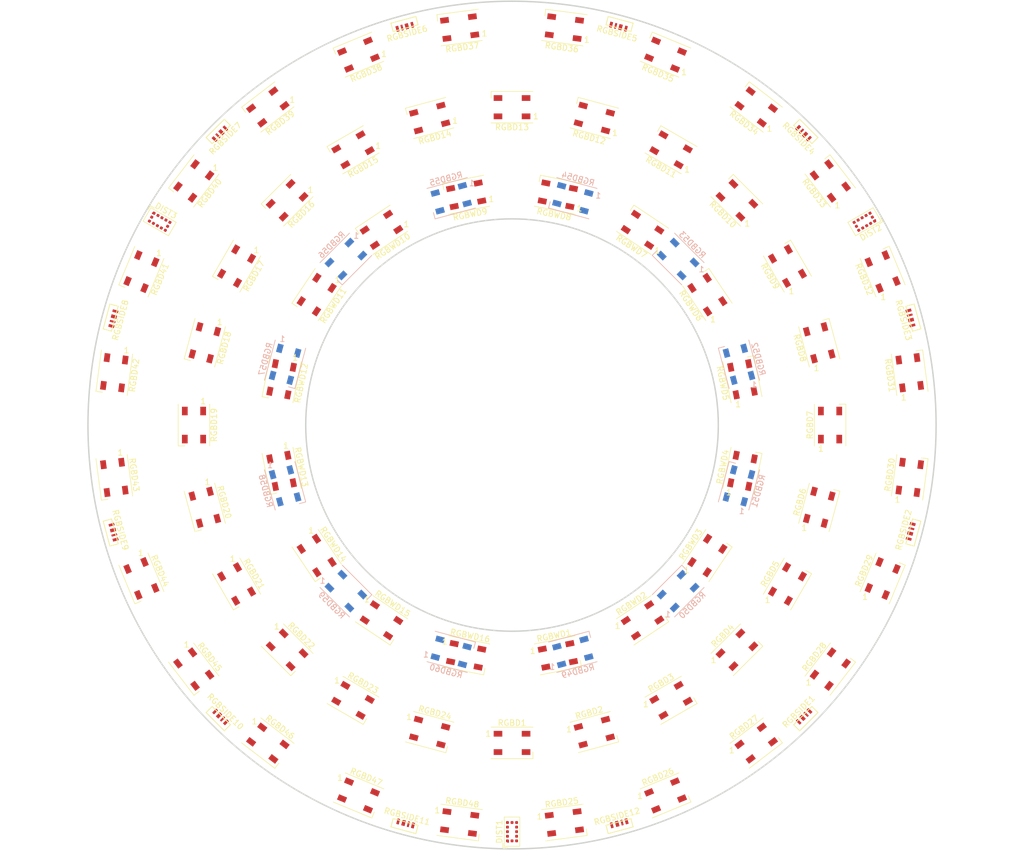
<source format=kicad_pcb>
(kicad_pcb (version 1) (host pykicad x.x.x)
  (title_block (title "A title") (comment 1 "Comment 1"))
  (layers (0 F.Cu signal) (1 Inner1.Cu signal) (2 Inner2.Cu signal) (3 B.Cu signal) (32 Edge.Cuts user) (33 B.Mask user) (34 F.Mask user) (35 B.Paste user) (36 F.Paste user) (37 B.SilkS user) (38 F.SilkS user))
  (net 1 VI)
  (net 2 VO)
  (net 3 GND)
  (module RGBWD1 (layer F.Cu) (at 207.9987032027 240.2121964965 11.2500000000)
    (fp_text reference RGBWD1 (at 0.0000000000 -3.5000000000 11.2500000000) (layer F.SilkS) (effects (font (size 1.0000000000 1.0000000000) (thickness 0.1500000000))))
    (fp_text value LED_WS2812B_PLCC4_5.0x5.0mm_P3.2mm)
    (fp_text user 1 (at -4.1500000000 -1.6000000000) (layer F.SilkS) (effects (font (size 1.0000000000 1.0000000000) (thickness 0.1500000000))))
    (pad 3 smd rect (size 1.5000000000 1.0000000000) (at 2.4500000000 1.6000000000 11.2500000000) (layers F.Cu F.Paste F.Mask))
    (pad 4 smd rect (size 1.5000000000 1.0000000000) (at 2.4500000000 -1.6000000000 11.2500000000) (layers F.Cu F.Paste F.Mask))
    (pad 2 smd rect (size 1.5000000000 1.0000000000) (at -2.4500000000 1.6000000000 11.2500000000) (layers F.Cu F.Paste F.Mask))
    (pad 1 smd rect (size 1.5000000000 1.0000000000) (at -2.4500000000 -1.6000000000 11.2500000000) (layers F.Cu F.Paste F.Mask))
  )
  (module RGBWD2 (layer F.Cu) (at 222.7783795538 234.0902541044 33.7500000000)
    (fp_text reference RGBWD2 (at 0.0000000000 -3.5000000000 33.7500000000) (layer F.SilkS) (effects (font (size 1.0000000000 1.0000000000) (thickness 0.1500000000))))
    (fp_text value LED_WS2812B_PLCC4_5.0x5.0mm_P3.2mm)
    (fp_text user 1 (at -4.1500000000 -1.6000000000) (layer F.SilkS) (effects (font (size 1.0000000000 1.0000000000) (thickness 0.1500000000))))
    (pad 3 smd rect (size 1.5000000000 1.0000000000) (at 2.4500000000 1.6000000000 33.7500000000) (layers F.Cu F.Paste F.Mask))
    (pad 4 smd rect (size 1.5000000000 1.0000000000) (at 2.4500000000 -1.6000000000 33.7500000000) (layers F.Cu F.Paste F.Mask))
    (pad 2 smd rect (size 1.5000000000 1.0000000000) (at -2.4500000000 1.6000000000 33.7500000000) (layers F.Cu F.Paste F.Mask))
    (pad 1 smd rect (size 1.5000000000 1.0000000000) (at -2.4500000000 -1.6000000000 33.7500000000) (layers F.Cu F.Paste F.Mask))
  )
  (module RGBWD3 (layer F.Cu) (at 234.0902541044 222.7783795538 56.2500000000)
    (fp_text reference RGBWD3 (at 0.0000000000 -3.5000000000 56.2500000000) (layer F.SilkS) (effects (font (size 1.0000000000 1.0000000000) (thickness 0.1500000000))))
    (fp_text value LED_WS2812B_PLCC4_5.0x5.0mm_P3.2mm)
    (fp_text user 1 (at -4.1500000000 -1.6000000000) (layer F.SilkS) (effects (font (size 1.0000000000 1.0000000000) (thickness 0.1500000000))))
    (pad 3 smd rect (size 1.5000000000 1.0000000000) (at 2.4500000000 1.6000000000 56.2500000000) (layers F.Cu F.Paste F.Mask))
    (pad 4 smd rect (size 1.5000000000 1.0000000000) (at 2.4500000000 -1.6000000000 56.2500000000) (layers F.Cu F.Paste F.Mask))
    (pad 2 smd rect (size 1.5000000000 1.0000000000) (at -2.4500000000 1.6000000000 56.2500000000) (layers F.Cu F.Paste F.Mask))
    (pad 1 smd rect (size 1.5000000000 1.0000000000) (at -2.4500000000 -1.6000000000 56.2500000000) (layers F.Cu F.Paste F.Mask))
  )
  (module RGBWD4 (layer F.Cu) (at 240.2121964965 207.9987032027 78.7500000000)
    (fp_text reference RGBWD4 (at 0.0000000000 -3.5000000000 78.7500000000) (layer F.SilkS) (effects (font (size 1.0000000000 1.0000000000) (thickness 0.1500000000))))
    (fp_text value LED_WS2812B_PLCC4_5.0x5.0mm_P3.2mm)
    (fp_text user 1 (at -4.1500000000 -1.6000000000) (layer F.SilkS) (effects (font (size 1.0000000000 1.0000000000) (thickness 0.1500000000))))
    (pad 3 smd rect (size 1.5000000000 1.0000000000) (at 2.4500000000 1.6000000000 78.7500000000) (layers F.Cu F.Paste F.Mask))
    (pad 4 smd rect (size 1.5000000000 1.0000000000) (at 2.4500000000 -1.6000000000 78.7500000000) (layers F.Cu F.Paste F.Mask))
    (pad 2 smd rect (size 1.5000000000 1.0000000000) (at -2.4500000000 1.6000000000 78.7500000000) (layers F.Cu F.Paste F.Mask))
    (pad 1 smd rect (size 1.5000000000 1.0000000000) (at -2.4500000000 -1.6000000000 78.7500000000) (layers F.Cu F.Paste F.Mask))
  )
  (module RGBWD5 (layer F.Cu) (at 240.2121964965 192.0012967973 101.2500000000)
    (fp_text reference RGBWD5 (at 0.0000000000 -3.5000000000 101.2500000000) (layer F.SilkS) (effects (font (size 1.0000000000 1.0000000000) (thickness 0.1500000000))))
    (fp_text value LED_WS2812B_PLCC4_5.0x5.0mm_P3.2mm)
    (fp_text user 1 (at -4.1500000000 -1.6000000000) (layer F.SilkS) (effects (font (size 1.0000000000 1.0000000000) (thickness 0.1500000000))))
    (pad 3 smd rect (size 1.5000000000 1.0000000000) (at 2.4500000000 1.6000000000 101.2500000000) (layers F.Cu F.Paste F.Mask))
    (pad 4 smd rect (size 1.5000000000 1.0000000000) (at 2.4500000000 -1.6000000000 101.2500000000) (layers F.Cu F.Paste F.Mask))
    (pad 2 smd rect (size 1.5000000000 1.0000000000) (at -2.4500000000 1.6000000000 101.2500000000) (layers F.Cu F.Paste F.Mask))
    (pad 1 smd rect (size 1.5000000000 1.0000000000) (at -2.4500000000 -1.6000000000 101.2500000000) (layers F.Cu F.Paste F.Mask))
  )
  (module RGBWD6 (layer F.Cu) (at 234.0902541044 177.2216204462 123.7500000000)
    (fp_text reference RGBWD6 (at 0.0000000000 -3.5000000000 123.7500000000) (layer F.SilkS) (effects (font (size 1.0000000000 1.0000000000) (thickness 0.1500000000))))
    (fp_text value LED_WS2812B_PLCC4_5.0x5.0mm_P3.2mm)
    (fp_text user 1 (at -4.1500000000 -1.6000000000) (layer F.SilkS) (effects (font (size 1.0000000000 1.0000000000) (thickness 0.1500000000))))
    (pad 3 smd rect (size 1.5000000000 1.0000000000) (at 2.4500000000 1.6000000000 123.7500000000) (layers F.Cu F.Paste F.Mask))
    (pad 4 smd rect (size 1.5000000000 1.0000000000) (at 2.4500000000 -1.6000000000 123.7500000000) (layers F.Cu F.Paste F.Mask))
    (pad 2 smd rect (size 1.5000000000 1.0000000000) (at -2.4500000000 1.6000000000 123.7500000000) (layers F.Cu F.Paste F.Mask))
    (pad 1 smd rect (size 1.5000000000 1.0000000000) (at -2.4500000000 -1.6000000000 123.7500000000) (layers F.Cu F.Paste F.Mask))
  )
  (module RGBWD7 (layer F.Cu) (at 222.7783795538 165.9097458956 146.2500000000)
    (fp_text reference RGBWD7 (at 0.0000000000 -3.5000000000 146.2500000000) (layer F.SilkS) (effects (font (size 1.0000000000 1.0000000000) (thickness 0.1500000000))))
    (fp_text value LED_WS2812B_PLCC4_5.0x5.0mm_P3.2mm)
    (fp_text user 1 (at -4.1500000000 -1.6000000000) (layer F.SilkS) (effects (font (size 1.0000000000 1.0000000000) (thickness 0.1500000000))))
    (pad 3 smd rect (size 1.5000000000 1.0000000000) (at 2.4500000000 1.6000000000 146.2500000000) (layers F.Cu F.Paste F.Mask))
    (pad 4 smd rect (size 1.5000000000 1.0000000000) (at 2.4500000000 -1.6000000000 146.2500000000) (layers F.Cu F.Paste F.Mask))
    (pad 2 smd rect (size 1.5000000000 1.0000000000) (at -2.4500000000 1.6000000000 146.2500000000) (layers F.Cu F.Paste F.Mask))
    (pad 1 smd rect (size 1.5000000000 1.0000000000) (at -2.4500000000 -1.6000000000 146.2500000000) (layers F.Cu F.Paste F.Mask))
  )
  (module RGBWD8 (layer F.Cu) (at 207.9987032027 159.7878035035 168.7500000000)
    (fp_text reference RGBWD8 (at 0.0000000000 -3.5000000000 168.7500000000) (layer F.SilkS) (effects (font (size 1.0000000000 1.0000000000) (thickness 0.1500000000))))
    (fp_text value LED_WS2812B_PLCC4_5.0x5.0mm_P3.2mm)
    (fp_text user 1 (at -4.1500000000 -1.6000000000) (layer F.SilkS) (effects (font (size 1.0000000000 1.0000000000) (thickness 0.1500000000))))
    (pad 3 smd rect (size 1.5000000000 1.0000000000) (at 2.4500000000 1.6000000000 168.7500000000) (layers F.Cu F.Paste F.Mask))
    (pad 4 smd rect (size 1.5000000000 1.0000000000) (at 2.4500000000 -1.6000000000 168.7500000000) (layers F.Cu F.Paste F.Mask))
    (pad 2 smd rect (size 1.5000000000 1.0000000000) (at -2.4500000000 1.6000000000 168.7500000000) (layers F.Cu F.Paste F.Mask))
    (pad 1 smd rect (size 1.5000000000 1.0000000000) (at -2.4500000000 -1.6000000000 168.7500000000) (layers F.Cu F.Paste F.Mask))
  )
  (module RGBWD9 (layer F.Cu) (at 192.0012967973 159.7878035035 191.2500000000)
    (fp_text reference RGBWD9 (at 0.0000000000 -3.5000000000 191.2500000000) (layer F.SilkS) (effects (font (size 1.0000000000 1.0000000000) (thickness 0.1500000000))))
    (fp_text value LED_WS2812B_PLCC4_5.0x5.0mm_P3.2mm)
    (fp_text user 1 (at -4.1500000000 -1.6000000000) (layer F.SilkS) (effects (font (size 1.0000000000 1.0000000000) (thickness 0.1500000000))))
    (pad 3 smd rect (size 1.5000000000 1.0000000000) (at 2.4500000000 1.6000000000 191.2500000000) (layers F.Cu F.Paste F.Mask))
    (pad 4 smd rect (size 1.5000000000 1.0000000000) (at 2.4500000000 -1.6000000000 191.2500000000) (layers F.Cu F.Paste F.Mask))
    (pad 2 smd rect (size 1.5000000000 1.0000000000) (at -2.4500000000 1.6000000000 191.2500000000) (layers F.Cu F.Paste F.Mask))
    (pad 1 smd rect (size 1.5000000000 1.0000000000) (at -2.4500000000 -1.6000000000 191.2500000000) (layers F.Cu F.Paste F.Mask))
  )
  (module RGBWD10 (layer F.Cu) (at 177.2216204462 165.9097458956 213.7500000000)
    (fp_text reference RGBWD10 (at 0.0000000000 -3.5000000000 213.7500000000) (layer F.SilkS) (effects (font (size 1.0000000000 1.0000000000) (thickness 0.1500000000))))
    (fp_text value LED_WS2812B_PLCC4_5.0x5.0mm_P3.2mm)
    (fp_text user 1 (at -4.1500000000 -1.6000000000) (layer F.SilkS) (effects (font (size 1.0000000000 1.0000000000) (thickness 0.1500000000))))
    (pad 3 smd rect (size 1.5000000000 1.0000000000) (at 2.4500000000 1.6000000000 213.7500000000) (layers F.Cu F.Paste F.Mask))
    (pad 4 smd rect (size 1.5000000000 1.0000000000) (at 2.4500000000 -1.6000000000 213.7500000000) (layers F.Cu F.Paste F.Mask))
    (pad 2 smd rect (size 1.5000000000 1.0000000000) (at -2.4500000000 1.6000000000 213.7500000000) (layers F.Cu F.Paste F.Mask))
    (pad 1 smd rect (size 1.5000000000 1.0000000000) (at -2.4500000000 -1.6000000000 213.7500000000) (layers F.Cu F.Paste F.Mask))
  )
  (module RGBWD11 (layer F.Cu) (at 165.9097458956 177.2216204462 236.2500000000)
    (fp_text reference RGBWD11 (at 0.0000000000 -3.5000000000 236.2500000000) (layer F.SilkS) (effects (font (size 1.0000000000 1.0000000000) (thickness 0.1500000000))))
    (fp_text value LED_WS2812B_PLCC4_5.0x5.0mm_P3.2mm)
    (fp_text user 1 (at -4.1500000000 -1.6000000000) (layer F.SilkS) (effects (font (size 1.0000000000 1.0000000000) (thickness 0.1500000000))))
    (pad 3 smd rect (size 1.5000000000 1.0000000000) (at 2.4500000000 1.6000000000 236.2500000000) (layers F.Cu F.Paste F.Mask))
    (pad 4 smd rect (size 1.5000000000 1.0000000000) (at 2.4500000000 -1.6000000000 236.2500000000) (layers F.Cu F.Paste F.Mask))
    (pad 2 smd rect (size 1.5000000000 1.0000000000) (at -2.4500000000 1.6000000000 236.2500000000) (layers F.Cu F.Paste F.Mask))
    (pad 1 smd rect (size 1.5000000000 1.0000000000) (at -2.4500000000 -1.6000000000 236.2500000000) (layers F.Cu F.Paste F.Mask))
  )
  (module RGBWD12 (layer F.Cu) (at 159.7878035035 192.0012967973 258.7500000000)
    (fp_text reference RGBWD12 (at 0.0000000000 -3.5000000000 258.7500000000) (layer F.SilkS) (effects (font (size 1.0000000000 1.0000000000) (thickness 0.1500000000))))
    (fp_text value LED_WS2812B_PLCC4_5.0x5.0mm_P3.2mm)
    (fp_text user 1 (at -4.1500000000 -1.6000000000) (layer F.SilkS) (effects (font (size 1.0000000000 1.0000000000) (thickness 0.1500000000))))
    (pad 3 smd rect (size 1.5000000000 1.0000000000) (at 2.4500000000 1.6000000000 258.7500000000) (layers F.Cu F.Paste F.Mask))
    (pad 4 smd rect (size 1.5000000000 1.0000000000) (at 2.4500000000 -1.6000000000 258.7500000000) (layers F.Cu F.Paste F.Mask))
    (pad 2 smd rect (size 1.5000000000 1.0000000000) (at -2.4500000000 1.6000000000 258.7500000000) (layers F.Cu F.Paste F.Mask))
    (pad 1 smd rect (size 1.5000000000 1.0000000000) (at -2.4500000000 -1.6000000000 258.7500000000) (layers F.Cu F.Paste F.Mask))
  )
  (module RGBWD13 (layer F.Cu) (at 159.7878035035 207.9987032027 281.2500000000)
    (fp_text reference RGBWD13 (at 0.0000000000 -3.5000000000 281.2500000000) (layer F.SilkS) (effects (font (size 1.0000000000 1.0000000000) (thickness 0.1500000000))))
    (fp_text value LED_WS2812B_PLCC4_5.0x5.0mm_P3.2mm)
    (fp_text user 1 (at -4.1500000000 -1.6000000000) (layer F.SilkS) (effects (font (size 1.0000000000 1.0000000000) (thickness 0.1500000000))))
    (pad 3 smd rect (size 1.5000000000 1.0000000000) (at 2.4500000000 1.6000000000 281.2500000000) (layers F.Cu F.Paste F.Mask))
    (pad 4 smd rect (size 1.5000000000 1.0000000000) (at 2.4500000000 -1.6000000000 281.2500000000) (layers F.Cu F.Paste F.Mask))
    (pad 2 smd rect (size 1.5000000000 1.0000000000) (at -2.4500000000 1.6000000000 281.2500000000) (layers F.Cu F.Paste F.Mask))
    (pad 1 smd rect (size 1.5000000000 1.0000000000) (at -2.4500000000 -1.6000000000 281.2500000000) (layers F.Cu F.Paste F.Mask))
  )
  (module RGBWD14 (layer F.Cu) (at 165.9097458956 222.7783795538 303.7500000000)
    (fp_text reference RGBWD14 (at 0.0000000000 -3.5000000000 303.7500000000) (layer F.SilkS) (effects (font (size 1.0000000000 1.0000000000) (thickness 0.1500000000))))
    (fp_text value LED_WS2812B_PLCC4_5.0x5.0mm_P3.2mm)
    (fp_text user 1 (at -4.1500000000 -1.6000000000) (layer F.SilkS) (effects (font (size 1.0000000000 1.0000000000) (thickness 0.1500000000))))
    (pad 3 smd rect (size 1.5000000000 1.0000000000) (at 2.4500000000 1.6000000000 303.7500000000) (layers F.Cu F.Paste F.Mask))
    (pad 4 smd rect (size 1.5000000000 1.0000000000) (at 2.4500000000 -1.6000000000 303.7500000000) (layers F.Cu F.Paste F.Mask))
    (pad 2 smd rect (size 1.5000000000 1.0000000000) (at -2.4500000000 1.6000000000 303.7500000000) (layers F.Cu F.Paste F.Mask))
    (pad 1 smd rect (size 1.5000000000 1.0000000000) (at -2.4500000000 -1.6000000000 303.7500000000) (layers F.Cu F.Paste F.Mask))
  )
  (module RGBWD15 (layer F.Cu) (at 177.2216204462 234.0902541044 326.2500000000)
    (fp_text reference RGBWD15 (at 0.0000000000 -3.5000000000 326.2500000000) (layer F.SilkS) (effects (font (size 1.0000000000 1.0000000000) (thickness 0.1500000000))))
    (fp_text value LED_WS2812B_PLCC4_5.0x5.0mm_P3.2mm)
    (fp_text user 1 (at -4.1500000000 -1.6000000000) (layer F.SilkS) (effects (font (size 1.0000000000 1.0000000000) (thickness 0.1500000000))))
    (pad 3 smd rect (size 1.5000000000 1.0000000000) (at 2.4500000000 1.6000000000 326.2500000000) (layers F.Cu F.Paste F.Mask))
    (pad 4 smd rect (size 1.5000000000 1.0000000000) (at 2.4500000000 -1.6000000000 326.2500000000) (layers F.Cu F.Paste F.Mask))
    (pad 2 smd rect (size 1.5000000000 1.0000000000) (at -2.4500000000 1.6000000000 326.2500000000) (layers F.Cu F.Paste F.Mask))
    (pad 1 smd rect (size 1.5000000000 1.0000000000) (at -2.4500000000 -1.6000000000 326.2500000000) (layers F.Cu F.Paste F.Mask))
  )
  (module RGBWD16 (layer F.Cu) (at 192.0012967973 240.2121964965 348.7500000000)
    (fp_text reference RGBWD16 (at 0.0000000000 -3.5000000000 348.7500000000) (layer F.SilkS) (effects (font (size 1.0000000000 1.0000000000) (thickness 0.1500000000))))
    (fp_text value LED_WS2812B_PLCC4_5.0x5.0mm_P3.2mm)
    (fp_text user 1 (at -4.1500000000 -1.6000000000) (layer F.SilkS) (effects (font (size 1.0000000000 1.0000000000) (thickness 0.1500000000))))
    (pad 3 smd rect (size 1.5000000000 1.0000000000) (at 2.4500000000 1.6000000000 348.7500000000) (layers F.Cu F.Paste F.Mask))
    (pad 4 smd rect (size 1.5000000000 1.0000000000) (at 2.4500000000 -1.6000000000 348.7500000000) (layers F.Cu F.Paste F.Mask))
    (pad 2 smd rect (size 1.5000000000 1.0000000000) (at -2.4500000000 1.6000000000 348.7500000000) (layers F.Cu F.Paste F.Mask))
    (pad 1 smd rect (size 1.5000000000 1.0000000000) (at -2.4500000000 -1.6000000000 348.7500000000) (layers F.Cu F.Paste F.Mask))
  )
  (module RGBD1 (layer F.Cu) (at 200.0000000000 255.5000000000 0.0000000000)
    (fp_text reference RGBD1 (at 0.0000000000 -3.5000000000 0.0000000000) (layer F.SilkS) (effects (font (size 1.0000000000 1.0000000000) (thickness 0.1500000000))))
    (fp_text value LED_WS2812B_PLCC4_5.0x5.0mm_P3.2mm)
    (fp_text user 1 (at -4.1500000000 -1.6000000000) (layer F.SilkS) (effects (font (size 1.0000000000 1.0000000000) (thickness 0.1500000000))))
    (pad 3 smd rect (size 1.5000000000 1.0000000000) (at 2.4500000000 1.6000000000 0.0000000000) (layers F.Cu F.Paste F.Mask))
    (pad 4 smd rect (size 1.5000000000 1.0000000000) (at 2.4500000000 -1.6000000000 0.0000000000) (layers F.Cu F.Paste F.Mask))
    (pad 2 smd rect (size 1.5000000000 1.0000000000) (at -2.4500000000 1.6000000000 0.0000000000) (layers F.Cu F.Paste F.Mask))
    (pad 1 smd rect (size 1.5000000000 1.0000000000) (at -2.4500000000 -1.6000000000 0.0000000000) (layers F.Cu F.Paste F.Mask))
  )
  (module RGBD2 (layer F.Cu) (at 214.3644570032 253.6088833590 15.0000000000)
    (fp_text reference RGBD2 (at 0.0000000000 -3.5000000000 15.0000000000) (layer F.SilkS) (effects (font (size 1.0000000000 1.0000000000) (thickness 0.1500000000))))
    (fp_text value LED_WS2812B_PLCC4_5.0x5.0mm_P3.2mm)
    (fp_text user 1 (at -4.1500000000 -1.6000000000) (layer F.SilkS) (effects (font (size 1.0000000000 1.0000000000) (thickness 0.1500000000))))
    (pad 3 smd rect (size 1.5000000000 1.0000000000) (at 2.4500000000 1.6000000000 15.0000000000) (layers F.Cu F.Paste F.Mask))
    (pad 4 smd rect (size 1.5000000000 1.0000000000) (at 2.4500000000 -1.6000000000 15.0000000000) (layers F.Cu F.Paste F.Mask))
    (pad 2 smd rect (size 1.5000000000 1.0000000000) (at -2.4500000000 1.6000000000 15.0000000000) (layers F.Cu F.Paste F.Mask))
    (pad 1 smd rect (size 1.5000000000 1.0000000000) (at -2.4500000000 -1.6000000000 15.0000000000) (layers F.Cu F.Paste F.Mask))
  )
  (module RGBD3 (layer F.Cu) (at 227.7500000000 248.0644099100 30.0000000000)
    (fp_text reference RGBD3 (at 0.0000000000 -3.5000000000 30.0000000000) (layer F.SilkS) (effects (font (size 1.0000000000 1.0000000000) (thickness 0.1500000000))))
    (fp_text value LED_WS2812B_PLCC4_5.0x5.0mm_P3.2mm)
    (fp_text user 1 (at -4.1500000000 -1.6000000000) (layer F.SilkS) (effects (font (size 1.0000000000 1.0000000000) (thickness 0.1500000000))))
    (pad 3 smd rect (size 1.5000000000 1.0000000000) (at 2.4500000000 1.6000000000 30.0000000000) (layers F.Cu F.Paste F.Mask))
    (pad 4 smd rect (size 1.5000000000 1.0000000000) (at 2.4500000000 -1.6000000000 30.0000000000) (layers F.Cu F.Paste F.Mask))
    (pad 2 smd rect (size 1.5000000000 1.0000000000) (at -2.4500000000 1.6000000000 30.0000000000) (layers F.Cu F.Paste F.Mask))
    (pad 1 smd rect (size 1.5000000000 1.0000000000) (at -2.4500000000 -1.6000000000 30.0000000000) (layers F.Cu F.Paste F.Mask))
  )
  (module RGBD4 (layer F.Cu) (at 239.2444263559 239.2444263559 45.0000000000)
    (fp_text reference RGBD4 (at 0.0000000000 -3.5000000000 45.0000000000) (layer F.SilkS) (effects (font (size 1.0000000000 1.0000000000) (thickness 0.1500000000))))
    (fp_text value LED_WS2812B_PLCC4_5.0x5.0mm_P3.2mm)
    (fp_text user 1 (at -4.1500000000 -1.6000000000) (layer F.SilkS) (effects (font (size 1.0000000000 1.0000000000) (thickness 0.1500000000))))
    (pad 3 smd rect (size 1.5000000000 1.0000000000) (at 2.4500000000 1.6000000000 45.0000000000) (layers F.Cu F.Paste F.Mask))
    (pad 4 smd rect (size 1.5000000000 1.0000000000) (at 2.4500000000 -1.6000000000 45.0000000000) (layers F.Cu F.Paste F.Mask))
    (pad 2 smd rect (size 1.5000000000 1.0000000000) (at -2.4500000000 1.6000000000 45.0000000000) (layers F.Cu F.Paste F.Mask))
    (pad 1 smd rect (size 1.5000000000 1.0000000000) (at -2.4500000000 -1.6000000000 45.0000000000) (layers F.Cu F.Paste F.Mask))
  )
  (module RGBD5 (layer F.Cu) (at 248.0644099100 227.7500000000 60.0000000000)
    (fp_text reference RGBD5 (at 0.0000000000 -3.5000000000 60.0000000000) (layer F.SilkS) (effects (font (size 1.0000000000 1.0000000000) (thickness 0.1500000000))))
    (fp_text value LED_WS2812B_PLCC4_5.0x5.0mm_P3.2mm)
    (fp_text user 1 (at -4.1500000000 -1.6000000000) (layer F.SilkS) (effects (font (size 1.0000000000 1.0000000000) (thickness 0.1500000000))))
    (pad 3 smd rect (size 1.5000000000 1.0000000000) (at 2.4500000000 1.6000000000 60.0000000000) (layers F.Cu F.Paste F.Mask))
    (pad 4 smd rect (size 1.5000000000 1.0000000000) (at 2.4500000000 -1.6000000000 60.0000000000) (layers F.Cu F.Paste F.Mask))
    (pad 2 smd rect (size 1.5000000000 1.0000000000) (at -2.4500000000 1.6000000000 60.0000000000) (layers F.Cu F.Paste F.Mask))
    (pad 1 smd rect (size 1.5000000000 1.0000000000) (at -2.4500000000 -1.6000000000 60.0000000000) (layers F.Cu F.Paste F.Mask))
  )
  (module RGBD6 (layer F.Cu) (at 253.6088833590 214.3644570032 75.0000000000)
    (fp_text reference RGBD6 (at 0.0000000000 -3.5000000000 75.0000000000) (layer F.SilkS) (effects (font (size 1.0000000000 1.0000000000) (thickness 0.1500000000))))
    (fp_text value LED_WS2812B_PLCC4_5.0x5.0mm_P3.2mm)
    (fp_text user 1 (at -4.1500000000 -1.6000000000) (layer F.SilkS) (effects (font (size 1.0000000000 1.0000000000) (thickness 0.1500000000))))
    (pad 3 smd rect (size 1.5000000000 1.0000000000) (at 2.4500000000 1.6000000000 75.0000000000) (layers F.Cu F.Paste F.Mask))
    (pad 4 smd rect (size 1.5000000000 1.0000000000) (at 2.4500000000 -1.6000000000 75.0000000000) (layers F.Cu F.Paste F.Mask))
    (pad 2 smd rect (size 1.5000000000 1.0000000000) (at -2.4500000000 1.6000000000 75.0000000000) (layers F.Cu F.Paste F.Mask))
    (pad 1 smd rect (size 1.5000000000 1.0000000000) (at -2.4500000000 -1.6000000000 75.0000000000) (layers F.Cu F.Paste F.Mask))
  )
  (module RGBD7 (layer F.Cu) (at 255.5000000000 200.0000000000 90.0000000000)
    (fp_text reference RGBD7 (at 0.0000000000 -3.5000000000 90.0000000000) (layer F.SilkS) (effects (font (size 1.0000000000 1.0000000000) (thickness 0.1500000000))))
    (fp_text value LED_WS2812B_PLCC4_5.0x5.0mm_P3.2mm)
    (fp_text user 1 (at -4.1500000000 -1.6000000000) (layer F.SilkS) (effects (font (size 1.0000000000 1.0000000000) (thickness 0.1500000000))))
    (pad 3 smd rect (size 1.5000000000 1.0000000000) (at 2.4500000000 1.6000000000 90.0000000000) (layers F.Cu F.Paste F.Mask))
    (pad 4 smd rect (size 1.5000000000 1.0000000000) (at 2.4500000000 -1.6000000000 90.0000000000) (layers F.Cu F.Paste F.Mask))
    (pad 2 smd rect (size 1.5000000000 1.0000000000) (at -2.4500000000 1.6000000000 90.0000000000) (layers F.Cu F.Paste F.Mask))
    (pad 1 smd rect (size 1.5000000000 1.0000000000) (at -2.4500000000 -1.6000000000 90.0000000000) (layers F.Cu F.Paste F.Mask))
  )
  (module RGBD8 (layer F.Cu) (at 253.6088833590 185.6355429968 105.0000000000)
    (fp_text reference RGBD8 (at 0.0000000000 -3.5000000000 105.0000000000) (layer F.SilkS) (effects (font (size 1.0000000000 1.0000000000) (thickness 0.1500000000))))
    (fp_text value LED_WS2812B_PLCC4_5.0x5.0mm_P3.2mm)
    (fp_text user 1 (at -4.1500000000 -1.6000000000) (layer F.SilkS) (effects (font (size 1.0000000000 1.0000000000) (thickness 0.1500000000))))
    (pad 3 smd rect (size 1.5000000000 1.0000000000) (at 2.4500000000 1.6000000000 105.0000000000) (layers F.Cu F.Paste F.Mask))
    (pad 4 smd rect (size 1.5000000000 1.0000000000) (at 2.4500000000 -1.6000000000 105.0000000000) (layers F.Cu F.Paste F.Mask))
    (pad 2 smd rect (size 1.5000000000 1.0000000000) (at -2.4500000000 1.6000000000 105.0000000000) (layers F.Cu F.Paste F.Mask))
    (pad 1 smd rect (size 1.5000000000 1.0000000000) (at -2.4500000000 -1.6000000000 105.0000000000) (layers F.Cu F.Paste F.Mask))
  )
  (module RGBD9 (layer F.Cu) (at 248.0644099100 172.2500000000 120.0000000000)
    (fp_text reference RGBD9 (at 0.0000000000 -3.5000000000 120.0000000000) (layer F.SilkS) (effects (font (size 1.0000000000 1.0000000000) (thickness 0.1500000000))))
    (fp_text value LED_WS2812B_PLCC4_5.0x5.0mm_P3.2mm)
    (fp_text user 1 (at -4.1500000000 -1.6000000000) (layer F.SilkS) (effects (font (size 1.0000000000 1.0000000000) (thickness 0.1500000000))))
    (pad 3 smd rect (size 1.5000000000 1.0000000000) (at 2.4500000000 1.6000000000 120.0000000000) (layers F.Cu F.Paste F.Mask))
    (pad 4 smd rect (size 1.5000000000 1.0000000000) (at 2.4500000000 -1.6000000000 120.0000000000) (layers F.Cu F.Paste F.Mask))
    (pad 2 smd rect (size 1.5000000000 1.0000000000) (at -2.4500000000 1.6000000000 120.0000000000) (layers F.Cu F.Paste F.Mask))
    (pad 1 smd rect (size 1.5000000000 1.0000000000) (at -2.4500000000 -1.6000000000 120.0000000000) (layers F.Cu F.Paste F.Mask))
  )
  (module RGBD10 (layer F.Cu) (at 239.2444263559 160.7555736441 135.0000000000)
    (fp_text reference RGBD10 (at 0.0000000000 -3.5000000000 135.0000000000) (layer F.SilkS) (effects (font (size 1.0000000000 1.0000000000) (thickness 0.1500000000))))
    (fp_text value LED_WS2812B_PLCC4_5.0x5.0mm_P3.2mm)
    (fp_text user 1 (at -4.1500000000 -1.6000000000) (layer F.SilkS) (effects (font (size 1.0000000000 1.0000000000) (thickness 0.1500000000))))
    (pad 3 smd rect (size 1.5000000000 1.0000000000) (at 2.4500000000 1.6000000000 135.0000000000) (layers F.Cu F.Paste F.Mask))
    (pad 4 smd rect (size 1.5000000000 1.0000000000) (at 2.4500000000 -1.6000000000 135.0000000000) (layers F.Cu F.Paste F.Mask))
    (pad 2 smd rect (size 1.5000000000 1.0000000000) (at -2.4500000000 1.6000000000 135.0000000000) (layers F.Cu F.Paste F.Mask))
    (pad 1 smd rect (size 1.5000000000 1.0000000000) (at -2.4500000000 -1.6000000000 135.0000000000) (layers F.Cu F.Paste F.Mask))
  )
  (module RGBD11 (layer F.Cu) (at 227.7500000000 151.9355900900 150.0000000000)
    (fp_text reference RGBD11 (at 0.0000000000 -3.5000000000 150.0000000000) (layer F.SilkS) (effects (font (size 1.0000000000 1.0000000000) (thickness 0.1500000000))))
    (fp_text value LED_WS2812B_PLCC4_5.0x5.0mm_P3.2mm)
    (fp_text user 1 (at -4.1500000000 -1.6000000000) (layer F.SilkS) (effects (font (size 1.0000000000 1.0000000000) (thickness 0.1500000000))))
    (pad 3 smd rect (size 1.5000000000 1.0000000000) (at 2.4500000000 1.6000000000 150.0000000000) (layers F.Cu F.Paste F.Mask))
    (pad 4 smd rect (size 1.5000000000 1.0000000000) (at 2.4500000000 -1.6000000000 150.0000000000) (layers F.Cu F.Paste F.Mask))
    (pad 2 smd rect (size 1.5000000000 1.0000000000) (at -2.4500000000 1.6000000000 150.0000000000) (layers F.Cu F.Paste F.Mask))
    (pad 1 smd rect (size 1.5000000000 1.0000000000) (at -2.4500000000 -1.6000000000 150.0000000000) (layers F.Cu F.Paste F.Mask))
  )
  (module RGBD12 (layer F.Cu) (at 214.3644570032 146.3911166410 165.0000000000)
    (fp_text reference RGBD12 (at 0.0000000000 -3.5000000000 165.0000000000) (layer F.SilkS) (effects (font (size 1.0000000000 1.0000000000) (thickness 0.1500000000))))
    (fp_text value LED_WS2812B_PLCC4_5.0x5.0mm_P3.2mm)
    (fp_text user 1 (at -4.1500000000 -1.6000000000) (layer F.SilkS) (effects (font (size 1.0000000000 1.0000000000) (thickness 0.1500000000))))
    (pad 3 smd rect (size 1.5000000000 1.0000000000) (at 2.4500000000 1.6000000000 165.0000000000) (layers F.Cu F.Paste F.Mask))
    (pad 4 smd rect (size 1.5000000000 1.0000000000) (at 2.4500000000 -1.6000000000 165.0000000000) (layers F.Cu F.Paste F.Mask))
    (pad 2 smd rect (size 1.5000000000 1.0000000000) (at -2.4500000000 1.6000000000 165.0000000000) (layers F.Cu F.Paste F.Mask))
    (pad 1 smd rect (size 1.5000000000 1.0000000000) (at -2.4500000000 -1.6000000000 165.0000000000) (layers F.Cu F.Paste F.Mask))
  )
  (module RGBD13 (layer F.Cu) (at 200.0000000000 144.5000000000 180.0000000000)
    (fp_text reference RGBD13 (at 0.0000000000 -3.5000000000 180.0000000000) (layer F.SilkS) (effects (font (size 1.0000000000 1.0000000000) (thickness 0.1500000000))))
    (fp_text value LED_WS2812B_PLCC4_5.0x5.0mm_P3.2mm)
    (fp_text user 1 (at -4.1500000000 -1.6000000000) (layer F.SilkS) (effects (font (size 1.0000000000 1.0000000000) (thickness 0.1500000000))))
    (pad 3 smd rect (size 1.5000000000 1.0000000000) (at 2.4500000000 1.6000000000 180.0000000000) (layers F.Cu F.Paste F.Mask))
    (pad 4 smd rect (size 1.5000000000 1.0000000000) (at 2.4500000000 -1.6000000000 180.0000000000) (layers F.Cu F.Paste F.Mask))
    (pad 2 smd rect (size 1.5000000000 1.0000000000) (at -2.4500000000 1.6000000000 180.0000000000) (layers F.Cu F.Paste F.Mask))
    (pad 1 smd rect (size 1.5000000000 1.0000000000) (at -2.4500000000 -1.6000000000 180.0000000000) (layers F.Cu F.Paste F.Mask))
  )
  (module RGBD14 (layer F.Cu) (at 185.6355429968 146.3911166410 195.0000000000)
    (fp_text reference RGBD14 (at 0.0000000000 -3.5000000000 195.0000000000) (layer F.SilkS) (effects (font (size 1.0000000000 1.0000000000) (thickness 0.1500000000))))
    (fp_text value LED_WS2812B_PLCC4_5.0x5.0mm_P3.2mm)
    (fp_text user 1 (at -4.1500000000 -1.6000000000) (layer F.SilkS) (effects (font (size 1.0000000000 1.0000000000) (thickness 0.1500000000))))
    (pad 3 smd rect (size 1.5000000000 1.0000000000) (at 2.4500000000 1.6000000000 195.0000000000) (layers F.Cu F.Paste F.Mask))
    (pad 4 smd rect (size 1.5000000000 1.0000000000) (at 2.4500000000 -1.6000000000 195.0000000000) (layers F.Cu F.Paste F.Mask))
    (pad 2 smd rect (size 1.5000000000 1.0000000000) (at -2.4500000000 1.6000000000 195.0000000000) (layers F.Cu F.Paste F.Mask))
    (pad 1 smd rect (size 1.5000000000 1.0000000000) (at -2.4500000000 -1.6000000000 195.0000000000) (layers F.Cu F.Paste F.Mask))
  )
  (module RGBD15 (layer F.Cu) (at 172.2500000000 151.9355900900 210.0000000000)
    (fp_text reference RGBD15 (at 0.0000000000 -3.5000000000 210.0000000000) (layer F.SilkS) (effects (font (size 1.0000000000 1.0000000000) (thickness 0.1500000000))))
    (fp_text value LED_WS2812B_PLCC4_5.0x5.0mm_P3.2mm)
    (fp_text user 1 (at -4.1500000000 -1.6000000000) (layer F.SilkS) (effects (font (size 1.0000000000 1.0000000000) (thickness 0.1500000000))))
    (pad 3 smd rect (size 1.5000000000 1.0000000000) (at 2.4500000000 1.6000000000 210.0000000000) (layers F.Cu F.Paste F.Mask))
    (pad 4 smd rect (size 1.5000000000 1.0000000000) (at 2.4500000000 -1.6000000000 210.0000000000) (layers F.Cu F.Paste F.Mask))
    (pad 2 smd rect (size 1.5000000000 1.0000000000) (at -2.4500000000 1.6000000000 210.0000000000) (layers F.Cu F.Paste F.Mask))
    (pad 1 smd rect (size 1.5000000000 1.0000000000) (at -2.4500000000 -1.6000000000 210.0000000000) (layers F.Cu F.Paste F.Mask))
  )
  (module RGBD16 (layer F.Cu) (at 160.7555736441 160.7555736441 225.0000000000)
    (fp_text reference RGBD16 (at 0.0000000000 -3.5000000000 225.0000000000) (layer F.SilkS) (effects (font (size 1.0000000000 1.0000000000) (thickness 0.1500000000))))
    (fp_text value LED_WS2812B_PLCC4_5.0x5.0mm_P3.2mm)
    (fp_text user 1 (at -4.1500000000 -1.6000000000) (layer F.SilkS) (effects (font (size 1.0000000000 1.0000000000) (thickness 0.1500000000))))
    (pad 3 smd rect (size 1.5000000000 1.0000000000) (at 2.4500000000 1.6000000000 225.0000000000) (layers F.Cu F.Paste F.Mask))
    (pad 4 smd rect (size 1.5000000000 1.0000000000) (at 2.4500000000 -1.6000000000 225.0000000000) (layers F.Cu F.Paste F.Mask))
    (pad 2 smd rect (size 1.5000000000 1.0000000000) (at -2.4500000000 1.6000000000 225.0000000000) (layers F.Cu F.Paste F.Mask))
    (pad 1 smd rect (size 1.5000000000 1.0000000000) (at -2.4500000000 -1.6000000000 225.0000000000) (layers F.Cu F.Paste F.Mask))
  )
  (module RGBD17 (layer F.Cu) (at 151.9355900900 172.2500000000 240.0000000000)
    (fp_text reference RGBD17 (at 0.0000000000 -3.5000000000 240.0000000000) (layer F.SilkS) (effects (font (size 1.0000000000 1.0000000000) (thickness 0.1500000000))))
    (fp_text value LED_WS2812B_PLCC4_5.0x5.0mm_P3.2mm)
    (fp_text user 1 (at -4.1500000000 -1.6000000000) (layer F.SilkS) (effects (font (size 1.0000000000 1.0000000000) (thickness 0.1500000000))))
    (pad 3 smd rect (size 1.5000000000 1.0000000000) (at 2.4500000000 1.6000000000 240.0000000000) (layers F.Cu F.Paste F.Mask))
    (pad 4 smd rect (size 1.5000000000 1.0000000000) (at 2.4500000000 -1.6000000000 240.0000000000) (layers F.Cu F.Paste F.Mask))
    (pad 2 smd rect (size 1.5000000000 1.0000000000) (at -2.4500000000 1.6000000000 240.0000000000) (layers F.Cu F.Paste F.Mask))
    (pad 1 smd rect (size 1.5000000000 1.0000000000) (at -2.4500000000 -1.6000000000 240.0000000000) (layers F.Cu F.Paste F.Mask))
  )
  (module RGBD18 (layer F.Cu) (at 146.3911166410 185.6355429968 255.0000000000)
    (fp_text reference RGBD18 (at 0.0000000000 -3.5000000000 255.0000000000) (layer F.SilkS) (effects (font (size 1.0000000000 1.0000000000) (thickness 0.1500000000))))
    (fp_text value LED_WS2812B_PLCC4_5.0x5.0mm_P3.2mm)
    (fp_text user 1 (at -4.1500000000 -1.6000000000) (layer F.SilkS) (effects (font (size 1.0000000000 1.0000000000) (thickness 0.1500000000))))
    (pad 3 smd rect (size 1.5000000000 1.0000000000) (at 2.4500000000 1.6000000000 255.0000000000) (layers F.Cu F.Paste F.Mask))
    (pad 4 smd rect (size 1.5000000000 1.0000000000) (at 2.4500000000 -1.6000000000 255.0000000000) (layers F.Cu F.Paste F.Mask))
    (pad 2 smd rect (size 1.5000000000 1.0000000000) (at -2.4500000000 1.6000000000 255.0000000000) (layers F.Cu F.Paste F.Mask))
    (pad 1 smd rect (size 1.5000000000 1.0000000000) (at -2.4500000000 -1.6000000000 255.0000000000) (layers F.Cu F.Paste F.Mask))
  )
  (module RGBD19 (layer F.Cu) (at 144.5000000000 200.0000000000 270.0000000000)
    (fp_text reference RGBD19 (at 0.0000000000 -3.5000000000 270.0000000000) (layer F.SilkS) (effects (font (size 1.0000000000 1.0000000000) (thickness 0.1500000000))))
    (fp_text value LED_WS2812B_PLCC4_5.0x5.0mm_P3.2mm)
    (fp_text user 1 (at -4.1500000000 -1.6000000000) (layer F.SilkS) (effects (font (size 1.0000000000 1.0000000000) (thickness 0.1500000000))))
    (pad 3 smd rect (size 1.5000000000 1.0000000000) (at 2.4500000000 1.6000000000 270.0000000000) (layers F.Cu F.Paste F.Mask))
    (pad 4 smd rect (size 1.5000000000 1.0000000000) (at 2.4500000000 -1.6000000000 270.0000000000) (layers F.Cu F.Paste F.Mask))
    (pad 2 smd rect (size 1.5000000000 1.0000000000) (at -2.4500000000 1.6000000000 270.0000000000) (layers F.Cu F.Paste F.Mask))
    (pad 1 smd rect (size 1.5000000000 1.0000000000) (at -2.4500000000 -1.6000000000 270.0000000000) (layers F.Cu F.Paste F.Mask))
  )
  (module RGBD20 (layer F.Cu) (at 146.3911166410 214.3644570032 285.0000000000)
    (fp_text reference RGBD20 (at 0.0000000000 -3.5000000000 285.0000000000) (layer F.SilkS) (effects (font (size 1.0000000000 1.0000000000) (thickness 0.1500000000))))
    (fp_text value LED_WS2812B_PLCC4_5.0x5.0mm_P3.2mm)
    (fp_text user 1 (at -4.1500000000 -1.6000000000) (layer F.SilkS) (effects (font (size 1.0000000000 1.0000000000) (thickness 0.1500000000))))
    (pad 3 smd rect (size 1.5000000000 1.0000000000) (at 2.4500000000 1.6000000000 285.0000000000) (layers F.Cu F.Paste F.Mask))
    (pad 4 smd rect (size 1.5000000000 1.0000000000) (at 2.4500000000 -1.6000000000 285.0000000000) (layers F.Cu F.Paste F.Mask))
    (pad 2 smd rect (size 1.5000000000 1.0000000000) (at -2.4500000000 1.6000000000 285.0000000000) (layers F.Cu F.Paste F.Mask))
    (pad 1 smd rect (size 1.5000000000 1.0000000000) (at -2.4500000000 -1.6000000000 285.0000000000) (layers F.Cu F.Paste F.Mask))
  )
  (module RGBD21 (layer F.Cu) (at 151.9355900900 227.7500000000 300.0000000000)
    (fp_text reference RGBD21 (at 0.0000000000 -3.5000000000 300.0000000000) (layer F.SilkS) (effects (font (size 1.0000000000 1.0000000000) (thickness 0.1500000000))))
    (fp_text value LED_WS2812B_PLCC4_5.0x5.0mm_P3.2mm)
    (fp_text user 1 (at -4.1500000000 -1.6000000000) (layer F.SilkS) (effects (font (size 1.0000000000 1.0000000000) (thickness 0.1500000000))))
    (pad 3 smd rect (size 1.5000000000 1.0000000000) (at 2.4500000000 1.6000000000 300.0000000000) (layers F.Cu F.Paste F.Mask))
    (pad 4 smd rect (size 1.5000000000 1.0000000000) (at 2.4500000000 -1.6000000000 300.0000000000) (layers F.Cu F.Paste F.Mask))
    (pad 2 smd rect (size 1.5000000000 1.0000000000) (at -2.4500000000 1.6000000000 300.0000000000) (layers F.Cu F.Paste F.Mask))
    (pad 1 smd rect (size 1.5000000000 1.0000000000) (at -2.4500000000 -1.6000000000 300.0000000000) (layers F.Cu F.Paste F.Mask))
  )
  (module RGBD22 (layer F.Cu) (at 160.7555736441 239.2444263559 315.0000000000)
    (fp_text reference RGBD22 (at 0.0000000000 -3.5000000000 315.0000000000) (layer F.SilkS) (effects (font (size 1.0000000000 1.0000000000) (thickness 0.1500000000))))
    (fp_text value LED_WS2812B_PLCC4_5.0x5.0mm_P3.2mm)
    (fp_text user 1 (at -4.1500000000 -1.6000000000) (layer F.SilkS) (effects (font (size 1.0000000000 1.0000000000) (thickness 0.1500000000))))
    (pad 3 smd rect (size 1.5000000000 1.0000000000) (at 2.4500000000 1.6000000000 315.0000000000) (layers F.Cu F.Paste F.Mask))
    (pad 4 smd rect (size 1.5000000000 1.0000000000) (at 2.4500000000 -1.6000000000 315.0000000000) (layers F.Cu F.Paste F.Mask))
    (pad 2 smd rect (size 1.5000000000 1.0000000000) (at -2.4500000000 1.6000000000 315.0000000000) (layers F.Cu F.Paste F.Mask))
    (pad 1 smd rect (size 1.5000000000 1.0000000000) (at -2.4500000000 -1.6000000000 315.0000000000) (layers F.Cu F.Paste F.Mask))
  )
  (module RGBD23 (layer F.Cu) (at 172.2500000000 248.0644099100 330.0000000000)
    (fp_text reference RGBD23 (at 0.0000000000 -3.5000000000 330.0000000000) (layer F.SilkS) (effects (font (size 1.0000000000 1.0000000000) (thickness 0.1500000000))))
    (fp_text value LED_WS2812B_PLCC4_5.0x5.0mm_P3.2mm)
    (fp_text user 1 (at -4.1500000000 -1.6000000000) (layer F.SilkS) (effects (font (size 1.0000000000 1.0000000000) (thickness 0.1500000000))))
    (pad 3 smd rect (size 1.5000000000 1.0000000000) (at 2.4500000000 1.6000000000 330.0000000000) (layers F.Cu F.Paste F.Mask))
    (pad 4 smd rect (size 1.5000000000 1.0000000000) (at 2.4500000000 -1.6000000000 330.0000000000) (layers F.Cu F.Paste F.Mask))
    (pad 2 smd rect (size 1.5000000000 1.0000000000) (at -2.4500000000 1.6000000000 330.0000000000) (layers F.Cu F.Paste F.Mask))
    (pad 1 smd rect (size 1.5000000000 1.0000000000) (at -2.4500000000 -1.6000000000 330.0000000000) (layers F.Cu F.Paste F.Mask))
  )
  (module RGBD24 (layer F.Cu) (at 185.6355429968 253.6088833590 345.0000000000)
    (fp_text reference RGBD24 (at 0.0000000000 -3.5000000000 345.0000000000) (layer F.SilkS) (effects (font (size 1.0000000000 1.0000000000) (thickness 0.1500000000))))
    (fp_text value LED_WS2812B_PLCC4_5.0x5.0mm_P3.2mm)
    (fp_text user 1 (at -4.1500000000 -1.6000000000) (layer F.SilkS) (effects (font (size 1.0000000000 1.0000000000) (thickness 0.1500000000))))
    (pad 3 smd rect (size 1.5000000000 1.0000000000) (at 2.4500000000 1.6000000000 345.0000000000) (layers F.Cu F.Paste F.Mask))
    (pad 4 smd rect (size 1.5000000000 1.0000000000) (at 2.4500000000 -1.6000000000 345.0000000000) (layers F.Cu F.Paste F.Mask))
    (pad 2 smd rect (size 1.5000000000 1.0000000000) (at -2.4500000000 1.6000000000 345.0000000000) (layers F.Cu F.Paste F.Mask))
    (pad 1 smd rect (size 1.5000000000 1.0000000000) (at -2.4500000000 -1.6000000000 345.0000000000) (layers F.Cu F.Paste F.Mask))
  )
  (module RGBD25 (layer F.Cu) (at 209.1368334554 269.4011402962 7.5000000000)
    (fp_text reference RGBD25 (at 0.0000000000 -3.5000000000 7.5000000000) (layer F.SilkS) (effects (font (size 1.0000000000 1.0000000000) (thickness 0.1500000000))))
    (fp_text value LED_WS2812B_PLCC4_5.0x5.0mm_P3.2mm)
    (fp_text user 1 (at -4.1500000000 -1.6000000000) (layer F.SilkS) (effects (font (size 1.0000000000 1.0000000000) (thickness 0.1500000000))))
    (pad 3 smd rect (size 1.5000000000 1.0000000000) (at 2.4500000000 1.6000000000 7.5000000000) (layers F.Cu F.Paste F.Mask))
    (pad 4 smd rect (size 1.5000000000 1.0000000000) (at 2.4500000000 -1.6000000000 7.5000000000) (layers F.Cu F.Paste F.Mask))
    (pad 2 smd rect (size 1.5000000000 1.0000000000) (at -2.4500000000 1.6000000000 7.5000000000) (layers F.Cu F.Paste F.Mask))
    (pad 1 smd rect (size 1.5000000000 1.0000000000) (at -2.4500000000 -1.6000000000 7.5000000000) (layers F.Cu F.Paste F.Mask))
  )
  (module RGBD26 (layer F.Cu) (at 226.7878402656 264.6715672758 22.5000000000)
    (fp_text reference RGBD26 (at 0.0000000000 -3.5000000000 22.5000000000) (layer F.SilkS) (effects (font (size 1.0000000000 1.0000000000) (thickness 0.1500000000))))
    (fp_text value LED_WS2812B_PLCC4_5.0x5.0mm_P3.2mm)
    (fp_text user 1 (at -4.1500000000 -1.6000000000) (layer F.SilkS) (effects (font (size 1.0000000000 1.0000000000) (thickness 0.1500000000))))
    (pad 3 smd rect (size 1.5000000000 1.0000000000) (at 2.4500000000 1.6000000000 22.5000000000) (layers F.Cu F.Paste F.Mask))
    (pad 4 smd rect (size 1.5000000000 1.0000000000) (at 2.4500000000 -1.6000000000 22.5000000000) (layers F.Cu F.Paste F.Mask))
    (pad 2 smd rect (size 1.5000000000 1.0000000000) (at -2.4500000000 1.6000000000 22.5000000000) (layers F.Cu F.Paste F.Mask))
    (pad 1 smd rect (size 1.5000000000 1.0000000000) (at -2.4500000000 -1.6000000000 22.5000000000) (layers F.Cu F.Paste F.Mask))
  )
  (module RGBD27 (layer F.Cu) (at 242.6133000306 255.5347338204 37.5000000000)
    (fp_text reference RGBD27 (at 0.0000000000 -3.5000000000 37.5000000000) (layer F.SilkS) (effects (font (size 1.0000000000 1.0000000000) (thickness 0.1500000000))))
    (fp_text value LED_WS2812B_PLCC4_5.0x5.0mm_P3.2mm)
    (fp_text user 1 (at -4.1500000000 -1.6000000000) (layer F.SilkS) (effects (font (size 1.0000000000 1.0000000000) (thickness 0.1500000000))))
    (pad 3 smd rect (size 1.5000000000 1.0000000000) (at 2.4500000000 1.6000000000 37.5000000000) (layers F.Cu F.Paste F.Mask))
    (pad 4 smd rect (size 1.5000000000 1.0000000000) (at 2.4500000000 -1.6000000000 37.5000000000) (layers F.Cu F.Paste F.Mask))
    (pad 2 smd rect (size 1.5000000000 1.0000000000) (at -2.4500000000 1.6000000000 37.5000000000) (layers F.Cu F.Paste F.Mask))
    (pad 1 smd rect (size 1.5000000000 1.0000000000) (at -2.4500000000 -1.6000000000 37.5000000000) (layers F.Cu F.Paste F.Mask))
  )
  (module RGBD28 (layer F.Cu) (at 255.5347338204 242.6133000306 52.5000000000)
    (fp_text reference RGBD28 (at 0.0000000000 -3.5000000000 52.5000000000) (layer F.SilkS) (effects (font (size 1.0000000000 1.0000000000) (thickness 0.1500000000))))
    (fp_text value LED_WS2812B_PLCC4_5.0x5.0mm_P3.2mm)
    (fp_text user 1 (at -4.1500000000 -1.6000000000) (layer F.SilkS) (effects (font (size 1.0000000000 1.0000000000) (thickness 0.1500000000))))
    (pad 3 smd rect (size 1.5000000000 1.0000000000) (at 2.4500000000 1.6000000000 52.5000000000) (layers F.Cu F.Paste F.Mask))
    (pad 4 smd rect (size 1.5000000000 1.0000000000) (at 2.4500000000 -1.6000000000 52.5000000000) (layers F.Cu F.Paste F.Mask))
    (pad 2 smd rect (size 1.5000000000 1.0000000000) (at -2.4500000000 1.6000000000 52.5000000000) (layers F.Cu F.Paste F.Mask))
    (pad 1 smd rect (size 1.5000000000 1.0000000000) (at -2.4500000000 -1.6000000000 52.5000000000) (layers F.Cu F.Paste F.Mask))
  )
  (module RGBD29 (layer F.Cu) (at 264.6715672758 226.7878402656 67.5000000000)
    (fp_text reference RGBD29 (at 0.0000000000 -3.5000000000 67.5000000000) (layer F.SilkS) (effects (font (size 1.0000000000 1.0000000000) (thickness 0.1500000000))))
    (fp_text value LED_WS2812B_PLCC4_5.0x5.0mm_P3.2mm)
    (fp_text user 1 (at -4.1500000000 -1.6000000000) (layer F.SilkS) (effects (font (size 1.0000000000 1.0000000000) (thickness 0.1500000000))))
    (pad 3 smd rect (size 1.5000000000 1.0000000000) (at 2.4500000000 1.6000000000 67.5000000000) (layers F.Cu F.Paste F.Mask))
    (pad 4 smd rect (size 1.5000000000 1.0000000000) (at 2.4500000000 -1.6000000000 67.5000000000) (layers F.Cu F.Paste F.Mask))
    (pad 2 smd rect (size 1.5000000000 1.0000000000) (at -2.4500000000 1.6000000000 67.5000000000) (layers F.Cu F.Paste F.Mask))
    (pad 1 smd rect (size 1.5000000000 1.0000000000) (at -2.4500000000 -1.6000000000 67.5000000000) (layers F.Cu F.Paste F.Mask))
  )
  (module RGBD30 (layer F.Cu) (at 269.4011402962 209.1368334554 82.5000000000)
    (fp_text reference RGBD30 (at 0.0000000000 -3.5000000000 82.5000000000) (layer F.SilkS) (effects (font (size 1.0000000000 1.0000000000) (thickness 0.1500000000))))
    (fp_text value LED_WS2812B_PLCC4_5.0x5.0mm_P3.2mm)
    (fp_text user 1 (at -4.1500000000 -1.6000000000) (layer F.SilkS) (effects (font (size 1.0000000000 1.0000000000) (thickness 0.1500000000))))
    (pad 3 smd rect (size 1.5000000000 1.0000000000) (at 2.4500000000 1.6000000000 82.5000000000) (layers F.Cu F.Paste F.Mask))
    (pad 4 smd rect (size 1.5000000000 1.0000000000) (at 2.4500000000 -1.6000000000 82.5000000000) (layers F.Cu F.Paste F.Mask))
    (pad 2 smd rect (size 1.5000000000 1.0000000000) (at -2.4500000000 1.6000000000 82.5000000000) (layers F.Cu F.Paste F.Mask))
    (pad 1 smd rect (size 1.5000000000 1.0000000000) (at -2.4500000000 -1.6000000000 82.5000000000) (layers F.Cu F.Paste F.Mask))
  )
  (module RGBD31 (layer F.Cu) (at 269.4011402962 190.8631665446 97.5000000000)
    (fp_text reference RGBD31 (at 0.0000000000 -3.5000000000 97.5000000000) (layer F.SilkS) (effects (font (size 1.0000000000 1.0000000000) (thickness 0.1500000000))))
    (fp_text value LED_WS2812B_PLCC4_5.0x5.0mm_P3.2mm)
    (fp_text user 1 (at -4.1500000000 -1.6000000000) (layer F.SilkS) (effects (font (size 1.0000000000 1.0000000000) (thickness 0.1500000000))))
    (pad 3 smd rect (size 1.5000000000 1.0000000000) (at 2.4500000000 1.6000000000 97.5000000000) (layers F.Cu F.Paste F.Mask))
    (pad 4 smd rect (size 1.5000000000 1.0000000000) (at 2.4500000000 -1.6000000000 97.5000000000) (layers F.Cu F.Paste F.Mask))
    (pad 2 smd rect (size 1.5000000000 1.0000000000) (at -2.4500000000 1.6000000000 97.5000000000) (layers F.Cu F.Paste F.Mask))
    (pad 1 smd rect (size 1.5000000000 1.0000000000) (at -2.4500000000 -1.6000000000 97.5000000000) (layers F.Cu F.Paste F.Mask))
  )
  (module RGBD32 (layer F.Cu) (at 264.6715672758 173.2121597344 112.5000000000)
    (fp_text reference RGBD32 (at 0.0000000000 -3.5000000000 112.5000000000) (layer F.SilkS) (effects (font (size 1.0000000000 1.0000000000) (thickness 0.1500000000))))
    (fp_text value LED_WS2812B_PLCC4_5.0x5.0mm_P3.2mm)
    (fp_text user 1 (at -4.1500000000 -1.6000000000) (layer F.SilkS) (effects (font (size 1.0000000000 1.0000000000) (thickness 0.1500000000))))
    (pad 3 smd rect (size 1.5000000000 1.0000000000) (at 2.4500000000 1.6000000000 112.5000000000) (layers F.Cu F.Paste F.Mask))
    (pad 4 smd rect (size 1.5000000000 1.0000000000) (at 2.4500000000 -1.6000000000 112.5000000000) (layers F.Cu F.Paste F.Mask))
    (pad 2 smd rect (size 1.5000000000 1.0000000000) (at -2.4500000000 1.6000000000 112.5000000000) (layers F.Cu F.Paste F.Mask))
    (pad 1 smd rect (size 1.5000000000 1.0000000000) (at -2.4500000000 -1.6000000000 112.5000000000) (layers F.Cu F.Paste F.Mask))
  )
  (module RGBD33 (layer F.Cu) (at 255.5347338204 157.3866999694 127.5000000000)
    (fp_text reference RGBD33 (at 0.0000000000 -3.5000000000 127.5000000000) (layer F.SilkS) (effects (font (size 1.0000000000 1.0000000000) (thickness 0.1500000000))))
    (fp_text value LED_WS2812B_PLCC4_5.0x5.0mm_P3.2mm)
    (fp_text user 1 (at -4.1500000000 -1.6000000000) (layer F.SilkS) (effects (font (size 1.0000000000 1.0000000000) (thickness 0.1500000000))))
    (pad 3 smd rect (size 1.5000000000 1.0000000000) (at 2.4500000000 1.6000000000 127.5000000000) (layers F.Cu F.Paste F.Mask))
    (pad 4 smd rect (size 1.5000000000 1.0000000000) (at 2.4500000000 -1.6000000000 127.5000000000) (layers F.Cu F.Paste F.Mask))
    (pad 2 smd rect (size 1.5000000000 1.0000000000) (at -2.4500000000 1.6000000000 127.5000000000) (layers F.Cu F.Paste F.Mask))
    (pad 1 smd rect (size 1.5000000000 1.0000000000) (at -2.4500000000 -1.6000000000 127.5000000000) (layers F.Cu F.Paste F.Mask))
  )
  (module RGBD34 (layer F.Cu) (at 242.6133000306 144.4652661796 142.5000000000)
    (fp_text reference RGBD34 (at 0.0000000000 -3.5000000000 142.5000000000) (layer F.SilkS) (effects (font (size 1.0000000000 1.0000000000) (thickness 0.1500000000))))
    (fp_text value LED_WS2812B_PLCC4_5.0x5.0mm_P3.2mm)
    (fp_text user 1 (at -4.1500000000 -1.6000000000) (layer F.SilkS) (effects (font (size 1.0000000000 1.0000000000) (thickness 0.1500000000))))
    (pad 3 smd rect (size 1.5000000000 1.0000000000) (at 2.4500000000 1.6000000000 142.5000000000) (layers F.Cu F.Paste F.Mask))
    (pad 4 smd rect (size 1.5000000000 1.0000000000) (at 2.4500000000 -1.6000000000 142.5000000000) (layers F.Cu F.Paste F.Mask))
    (pad 2 smd rect (size 1.5000000000 1.0000000000) (at -2.4500000000 1.6000000000 142.5000000000) (layers F.Cu F.Paste F.Mask))
    (pad 1 smd rect (size 1.5000000000 1.0000000000) (at -2.4500000000 -1.6000000000 142.5000000000) (layers F.Cu F.Paste F.Mask))
  )
  (module RGBD35 (layer F.Cu) (at 226.7878402656 135.3284327242 157.5000000000)
    (fp_text reference RGBD35 (at 0.0000000000 -3.5000000000 157.5000000000) (layer F.SilkS) (effects (font (size 1.0000000000 1.0000000000) (thickness 0.1500000000))))
    (fp_text value LED_WS2812B_PLCC4_5.0x5.0mm_P3.2mm)
    (fp_text user 1 (at -4.1500000000 -1.6000000000) (layer F.SilkS) (effects (font (size 1.0000000000 1.0000000000) (thickness 0.1500000000))))
    (pad 3 smd rect (size 1.5000000000 1.0000000000) (at 2.4500000000 1.6000000000 157.5000000000) (layers F.Cu F.Paste F.Mask))
    (pad 4 smd rect (size 1.5000000000 1.0000000000) (at 2.4500000000 -1.6000000000 157.5000000000) (layers F.Cu F.Paste F.Mask))
    (pad 2 smd rect (size 1.5000000000 1.0000000000) (at -2.4500000000 1.6000000000 157.5000000000) (layers F.Cu F.Paste F.Mask))
    (pad 1 smd rect (size 1.5000000000 1.0000000000) (at -2.4500000000 -1.6000000000 157.5000000000) (layers F.Cu F.Paste F.Mask))
  )
  (module RGBD36 (layer F.Cu) (at 209.1368334554 130.5988597038 172.5000000000)
    (fp_text reference RGBD36 (at 0.0000000000 -3.5000000000 172.5000000000) (layer F.SilkS) (effects (font (size 1.0000000000 1.0000000000) (thickness 0.1500000000))))
    (fp_text value LED_WS2812B_PLCC4_5.0x5.0mm_P3.2mm)
    (fp_text user 1 (at -4.1500000000 -1.6000000000) (layer F.SilkS) (effects (font (size 1.0000000000 1.0000000000) (thickness 0.1500000000))))
    (pad 3 smd rect (size 1.5000000000 1.0000000000) (at 2.4500000000 1.6000000000 172.5000000000) (layers F.Cu F.Paste F.Mask))
    (pad 4 smd rect (size 1.5000000000 1.0000000000) (at 2.4500000000 -1.6000000000 172.5000000000) (layers F.Cu F.Paste F.Mask))
    (pad 2 smd rect (size 1.5000000000 1.0000000000) (at -2.4500000000 1.6000000000 172.5000000000) (layers F.Cu F.Paste F.Mask))
    (pad 1 smd rect (size 1.5000000000 1.0000000000) (at -2.4500000000 -1.6000000000 172.5000000000) (layers F.Cu F.Paste F.Mask))
  )
  (module RGBD37 (layer F.Cu) (at 190.8631665446 130.5988597038 187.5000000000)
    (fp_text reference RGBD37 (at 0.0000000000 -3.5000000000 187.5000000000) (layer F.SilkS) (effects (font (size 1.0000000000 1.0000000000) (thickness 0.1500000000))))
    (fp_text value LED_WS2812B_PLCC4_5.0x5.0mm_P3.2mm)
    (fp_text user 1 (at -4.1500000000 -1.6000000000) (layer F.SilkS) (effects (font (size 1.0000000000 1.0000000000) (thickness 0.1500000000))))
    (pad 3 smd rect (size 1.5000000000 1.0000000000) (at 2.4500000000 1.6000000000 187.5000000000) (layers F.Cu F.Paste F.Mask))
    (pad 4 smd rect (size 1.5000000000 1.0000000000) (at 2.4500000000 -1.6000000000 187.5000000000) (layers F.Cu F.Paste F.Mask))
    (pad 2 smd rect (size 1.5000000000 1.0000000000) (at -2.4500000000 1.6000000000 187.5000000000) (layers F.Cu F.Paste F.Mask))
    (pad 1 smd rect (size 1.5000000000 1.0000000000) (at -2.4500000000 -1.6000000000 187.5000000000) (layers F.Cu F.Paste F.Mask))
  )
  (module RGBD38 (layer F.Cu) (at 173.2121597344 135.3284327242 202.5000000000)
    (fp_text reference RGBD38 (at 0.0000000000 -3.5000000000 202.5000000000) (layer F.SilkS) (effects (font (size 1.0000000000 1.0000000000) (thickness 0.1500000000))))
    (fp_text value LED_WS2812B_PLCC4_5.0x5.0mm_P3.2mm)
    (fp_text user 1 (at -4.1500000000 -1.6000000000) (layer F.SilkS) (effects (font (size 1.0000000000 1.0000000000) (thickness 0.1500000000))))
    (pad 3 smd rect (size 1.5000000000 1.0000000000) (at 2.4500000000 1.6000000000 202.5000000000) (layers F.Cu F.Paste F.Mask))
    (pad 4 smd rect (size 1.5000000000 1.0000000000) (at 2.4500000000 -1.6000000000 202.5000000000) (layers F.Cu F.Paste F.Mask))
    (pad 2 smd rect (size 1.5000000000 1.0000000000) (at -2.4500000000 1.6000000000 202.5000000000) (layers F.Cu F.Paste F.Mask))
    (pad 1 smd rect (size 1.5000000000 1.0000000000) (at -2.4500000000 -1.6000000000 202.5000000000) (layers F.Cu F.Paste F.Mask))
  )
  (module RGBD39 (layer F.Cu) (at 157.3866999694 144.4652661796 217.5000000000)
    (fp_text reference RGBD39 (at 0.0000000000 -3.5000000000 217.5000000000) (layer F.SilkS) (effects (font (size 1.0000000000 1.0000000000) (thickness 0.1500000000))))
    (fp_text value LED_WS2812B_PLCC4_5.0x5.0mm_P3.2mm)
    (fp_text user 1 (at -4.1500000000 -1.6000000000) (layer F.SilkS) (effects (font (size 1.0000000000 1.0000000000) (thickness 0.1500000000))))
    (pad 3 smd rect (size 1.5000000000 1.0000000000) (at 2.4500000000 1.6000000000 217.5000000000) (layers F.Cu F.Paste F.Mask))
    (pad 4 smd rect (size 1.5000000000 1.0000000000) (at 2.4500000000 -1.6000000000 217.5000000000) (layers F.Cu F.Paste F.Mask))
    (pad 2 smd rect (size 1.5000000000 1.0000000000) (at -2.4500000000 1.6000000000 217.5000000000) (layers F.Cu F.Paste F.Mask))
    (pad 1 smd rect (size 1.5000000000 1.0000000000) (at -2.4500000000 -1.6000000000 217.5000000000) (layers F.Cu F.Paste F.Mask))
  )
  (module RGBD40 (layer F.Cu) (at 144.4652661796 157.3866999694 232.5000000000)
    (fp_text reference RGBD40 (at 0.0000000000 -3.5000000000 232.5000000000) (layer F.SilkS) (effects (font (size 1.0000000000 1.0000000000) (thickness 0.1500000000))))
    (fp_text value LED_WS2812B_PLCC4_5.0x5.0mm_P3.2mm)
    (fp_text user 1 (at -4.1500000000 -1.6000000000) (layer F.SilkS) (effects (font (size 1.0000000000 1.0000000000) (thickness 0.1500000000))))
    (pad 3 smd rect (size 1.5000000000 1.0000000000) (at 2.4500000000 1.6000000000 232.5000000000) (layers F.Cu F.Paste F.Mask))
    (pad 4 smd rect (size 1.5000000000 1.0000000000) (at 2.4500000000 -1.6000000000 232.5000000000) (layers F.Cu F.Paste F.Mask))
    (pad 2 smd rect (size 1.5000000000 1.0000000000) (at -2.4500000000 1.6000000000 232.5000000000) (layers F.Cu F.Paste F.Mask))
    (pad 1 smd rect (size 1.5000000000 1.0000000000) (at -2.4500000000 -1.6000000000 232.5000000000) (layers F.Cu F.Paste F.Mask))
  )
  (module RGBD41 (layer F.Cu) (at 135.3284327242 173.2121597344 247.5000000000)
    (fp_text reference RGBD41 (at 0.0000000000 -3.5000000000 247.5000000000) (layer F.SilkS) (effects (font (size 1.0000000000 1.0000000000) (thickness 0.1500000000))))
    (fp_text value LED_WS2812B_PLCC4_5.0x5.0mm_P3.2mm)
    (fp_text user 1 (at -4.1500000000 -1.6000000000) (layer F.SilkS) (effects (font (size 1.0000000000 1.0000000000) (thickness 0.1500000000))))
    (pad 3 smd rect (size 1.5000000000 1.0000000000) (at 2.4500000000 1.6000000000 247.5000000000) (layers F.Cu F.Paste F.Mask))
    (pad 4 smd rect (size 1.5000000000 1.0000000000) (at 2.4500000000 -1.6000000000 247.5000000000) (layers F.Cu F.Paste F.Mask))
    (pad 2 smd rect (size 1.5000000000 1.0000000000) (at -2.4500000000 1.6000000000 247.5000000000) (layers F.Cu F.Paste F.Mask))
    (pad 1 smd rect (size 1.5000000000 1.0000000000) (at -2.4500000000 -1.6000000000 247.5000000000) (layers F.Cu F.Paste F.Mask))
  )
  (module RGBD42 (layer F.Cu) (at 130.5988597038 190.8631665446 262.5000000000)
    (fp_text reference RGBD42 (at 0.0000000000 -3.5000000000 262.5000000000) (layer F.SilkS) (effects (font (size 1.0000000000 1.0000000000) (thickness 0.1500000000))))
    (fp_text value LED_WS2812B_PLCC4_5.0x5.0mm_P3.2mm)
    (fp_text user 1 (at -4.1500000000 -1.6000000000) (layer F.SilkS) (effects (font (size 1.0000000000 1.0000000000) (thickness 0.1500000000))))
    (pad 3 smd rect (size 1.5000000000 1.0000000000) (at 2.4500000000 1.6000000000 262.5000000000) (layers F.Cu F.Paste F.Mask))
    (pad 4 smd rect (size 1.5000000000 1.0000000000) (at 2.4500000000 -1.6000000000 262.5000000000) (layers F.Cu F.Paste F.Mask))
    (pad 2 smd rect (size 1.5000000000 1.0000000000) (at -2.4500000000 1.6000000000 262.5000000000) (layers F.Cu F.Paste F.Mask))
    (pad 1 smd rect (size 1.5000000000 1.0000000000) (at -2.4500000000 -1.6000000000 262.5000000000) (layers F.Cu F.Paste F.Mask))
  )
  (module RGBD43 (layer F.Cu) (at 130.5988597038 209.1368334554 277.5000000000)
    (fp_text reference RGBD43 (at 0.0000000000 -3.5000000000 277.5000000000) (layer F.SilkS) (effects (font (size 1.0000000000 1.0000000000) (thickness 0.1500000000))))
    (fp_text value LED_WS2812B_PLCC4_5.0x5.0mm_P3.2mm)
    (fp_text user 1 (at -4.1500000000 -1.6000000000) (layer F.SilkS) (effects (font (size 1.0000000000 1.0000000000) (thickness 0.1500000000))))
    (pad 3 smd rect (size 1.5000000000 1.0000000000) (at 2.4500000000 1.6000000000 277.5000000000) (layers F.Cu F.Paste F.Mask))
    (pad 4 smd rect (size 1.5000000000 1.0000000000) (at 2.4500000000 -1.6000000000 277.5000000000) (layers F.Cu F.Paste F.Mask))
    (pad 2 smd rect (size 1.5000000000 1.0000000000) (at -2.4500000000 1.6000000000 277.5000000000) (layers F.Cu F.Paste F.Mask))
    (pad 1 smd rect (size 1.5000000000 1.0000000000) (at -2.4500000000 -1.6000000000 277.5000000000) (layers F.Cu F.Paste F.Mask))
  )
  (module RGBD44 (layer F.Cu) (at 135.3284327242 226.7878402656 292.5000000000)
    (fp_text reference RGBD44 (at 0.0000000000 -3.5000000000 292.5000000000) (layer F.SilkS) (effects (font (size 1.0000000000 1.0000000000) (thickness 0.1500000000))))
    (fp_text value LED_WS2812B_PLCC4_5.0x5.0mm_P3.2mm)
    (fp_text user 1 (at -4.1500000000 -1.6000000000) (layer F.SilkS) (effects (font (size 1.0000000000 1.0000000000) (thickness 0.1500000000))))
    (pad 3 smd rect (size 1.5000000000 1.0000000000) (at 2.4500000000 1.6000000000 292.5000000000) (layers F.Cu F.Paste F.Mask))
    (pad 4 smd rect (size 1.5000000000 1.0000000000) (at 2.4500000000 -1.6000000000 292.5000000000) (layers F.Cu F.Paste F.Mask))
    (pad 2 smd rect (size 1.5000000000 1.0000000000) (at -2.4500000000 1.6000000000 292.5000000000) (layers F.Cu F.Paste F.Mask))
    (pad 1 smd rect (size 1.5000000000 1.0000000000) (at -2.4500000000 -1.6000000000 292.5000000000) (layers F.Cu F.Paste F.Mask))
  )
  (module RGBD45 (layer F.Cu) (at 144.4652661796 242.6133000306 307.5000000000)
    (fp_text reference RGBD45 (at 0.0000000000 -3.5000000000 307.5000000000) (layer F.SilkS) (effects (font (size 1.0000000000 1.0000000000) (thickness 0.1500000000))))
    (fp_text value LED_WS2812B_PLCC4_5.0x5.0mm_P3.2mm)
    (fp_text user 1 (at -4.1500000000 -1.6000000000) (layer F.SilkS) (effects (font (size 1.0000000000 1.0000000000) (thickness 0.1500000000))))
    (pad 3 smd rect (size 1.5000000000 1.0000000000) (at 2.4500000000 1.6000000000 307.5000000000) (layers F.Cu F.Paste F.Mask))
    (pad 4 smd rect (size 1.5000000000 1.0000000000) (at 2.4500000000 -1.6000000000 307.5000000000) (layers F.Cu F.Paste F.Mask))
    (pad 2 smd rect (size 1.5000000000 1.0000000000) (at -2.4500000000 1.6000000000 307.5000000000) (layers F.Cu F.Paste F.Mask))
    (pad 1 smd rect (size 1.5000000000 1.0000000000) (at -2.4500000000 -1.6000000000 307.5000000000) (layers F.Cu F.Paste F.Mask))
  )
  (module RGBD46 (layer F.Cu) (at 157.3866999694 255.5347338204 322.5000000000)
    (fp_text reference RGBD46 (at 0.0000000000 -3.5000000000 322.5000000000) (layer F.SilkS) (effects (font (size 1.0000000000 1.0000000000) (thickness 0.1500000000))))
    (fp_text value LED_WS2812B_PLCC4_5.0x5.0mm_P3.2mm)
    (fp_text user 1 (at -4.1500000000 -1.6000000000) (layer F.SilkS) (effects (font (size 1.0000000000 1.0000000000) (thickness 0.1500000000))))
    (pad 3 smd rect (size 1.5000000000 1.0000000000) (at 2.4500000000 1.6000000000 322.5000000000) (layers F.Cu F.Paste F.Mask))
    (pad 4 smd rect (size 1.5000000000 1.0000000000) (at 2.4500000000 -1.6000000000 322.5000000000) (layers F.Cu F.Paste F.Mask))
    (pad 2 smd rect (size 1.5000000000 1.0000000000) (at -2.4500000000 1.6000000000 322.5000000000) (layers F.Cu F.Paste F.Mask))
    (pad 1 smd rect (size 1.5000000000 1.0000000000) (at -2.4500000000 -1.6000000000 322.5000000000) (layers F.Cu F.Paste F.Mask))
  )
  (module RGBD47 (layer F.Cu) (at 173.2121597344 264.6715672758 337.5000000000)
    (fp_text reference RGBD47 (at 0.0000000000 -3.5000000000 337.5000000000) (layer F.SilkS) (effects (font (size 1.0000000000 1.0000000000) (thickness 0.1500000000))))
    (fp_text value LED_WS2812B_PLCC4_5.0x5.0mm_P3.2mm)
    (fp_text user 1 (at -4.1500000000 -1.6000000000) (layer F.SilkS) (effects (font (size 1.0000000000 1.0000000000) (thickness 0.1500000000))))
    (pad 3 smd rect (size 1.5000000000 1.0000000000) (at 2.4500000000 1.6000000000 337.5000000000) (layers F.Cu F.Paste F.Mask))
    (pad 4 smd rect (size 1.5000000000 1.0000000000) (at 2.4500000000 -1.6000000000 337.5000000000) (layers F.Cu F.Paste F.Mask))
    (pad 2 smd rect (size 1.5000000000 1.0000000000) (at -2.4500000000 1.6000000000 337.5000000000) (layers F.Cu F.Paste F.Mask))
    (pad 1 smd rect (size 1.5000000000 1.0000000000) (at -2.4500000000 -1.6000000000 337.5000000000) (layers F.Cu F.Paste F.Mask))
  )
  (module RGBD48 (layer F.Cu) (at 190.8631665446 269.4011402962 352.5000000000)
    (fp_text reference RGBD48 (at 0.0000000000 -3.5000000000 352.5000000000) (layer F.SilkS) (effects (font (size 1.0000000000 1.0000000000) (thickness 0.1500000000))))
    (fp_text value LED_WS2812B_PLCC4_5.0x5.0mm_P3.2mm)
    (fp_text user 1 (at -4.1500000000 -1.6000000000) (layer F.SilkS) (effects (font (size 1.0000000000 1.0000000000) (thickness 0.1500000000))))
    (pad 3 smd rect (size 1.5000000000 1.0000000000) (at 2.4500000000 1.6000000000 352.5000000000) (layers F.Cu F.Paste F.Mask))
    (pad 4 smd rect (size 1.5000000000 1.0000000000) (at 2.4500000000 -1.6000000000 352.5000000000) (layers F.Cu F.Paste F.Mask))
    (pad 2 smd rect (size 1.5000000000 1.0000000000) (at -2.4500000000 1.6000000000 352.5000000000) (layers F.Cu F.Paste F.Mask))
    (pad 1 smd rect (size 1.5000000000 1.0000000000) (at -2.4500000000 -1.6000000000 352.5000000000) (layers F.Cu F.Paste F.Mask))
  )
  (module RGBD49 (layer B.Cu) (at 210.6115808492 239.6029588779 15.0000000000)
    (fp_text reference RGBD49 (at 0.0000000000 3.5000000000 15.0000000000) (layer B.SilkS) (effects (font (size 1.0000000000 1.0000000000) (thickness 0.1500000000)) (justify mirror)))
    (fp_text value LED_WS2812B_PLCC4_5.0x5.0mm_P3.2mm)
    (fp_text user 1 (at -4.1500000000 1.6000000000) (layer B.SilkS) (effects (font (size 1.0000000000 1.0000000000) (thickness 0.1500000000)) (justify mirror)))
    (pad 3 smd rect (size 1.5000000000 1.0000000000) (at 2.4500000000 -1.6000000000 15.0000000000) (layers B.Cu B.Paste B.Mask))
    (pad 4 smd rect (size 1.5000000000 1.0000000000) (at 2.4500000000 1.6000000000 15.0000000000) (layers B.Cu B.Paste B.Mask))
    (pad 2 smd rect (size 1.5000000000 1.0000000000) (at -2.4500000000 -1.6000000000 15.0000000000) (layers B.Cu B.Paste B.Mask))
    (pad 1 smd rect (size 1.5000000000 1.0000000000) (at -2.4500000000 1.6000000000 15.0000000000) (layers B.Cu B.Paste B.Mask))
  )
  (module RGBD50 (layer B.Cu) (at 228.9913780286 228.9913780286 45.0000000000)
    (fp_text reference RGBD50 (at 0.0000000000 3.5000000000 45.0000000000) (layer B.SilkS) (effects (font (size 1.0000000000 1.0000000000) (thickness 0.1500000000)) (justify mirror)))
    (fp_text value LED_WS2812B_PLCC4_5.0x5.0mm_P3.2mm)
    (fp_text user 1 (at -4.1500000000 1.6000000000) (layer B.SilkS) (effects (font (size 1.0000000000 1.0000000000) (thickness 0.1500000000)) (justify mirror)))
    (pad 3 smd rect (size 1.5000000000 1.0000000000) (at 2.4500000000 -1.6000000000 45.0000000000) (layers B.Cu B.Paste B.Mask))
    (pad 4 smd rect (size 1.5000000000 1.0000000000) (at 2.4500000000 1.6000000000 45.0000000000) (layers B.Cu B.Paste B.Mask))
    (pad 2 smd rect (size 1.5000000000 1.0000000000) (at -2.4500000000 -1.6000000000 45.0000000000) (layers B.Cu B.Paste B.Mask))
    (pad 1 smd rect (size 1.5000000000 1.0000000000) (at -2.4500000000 1.6000000000 45.0000000000) (layers B.Cu B.Paste B.Mask))
  )
  (module RGBD51 (layer B.Cu) (at 239.6029588779 210.6115808492 75.0000000000)
    (fp_text reference RGBD51 (at 0.0000000000 3.5000000000 75.0000000000) (layer B.SilkS) (effects (font (size 1.0000000000 1.0000000000) (thickness 0.1500000000)) (justify mirror)))
    (fp_text value LED_WS2812B_PLCC4_5.0x5.0mm_P3.2mm)
    (fp_text user 1 (at -4.1500000000 1.6000000000) (layer B.SilkS) (effects (font (size 1.0000000000 1.0000000000) (thickness 0.1500000000)) (justify mirror)))
    (pad 3 smd rect (size 1.5000000000 1.0000000000) (at 2.4500000000 -1.6000000000 75.0000000000) (layers B.Cu B.Paste B.Mask))
    (pad 4 smd rect (size 1.5000000000 1.0000000000) (at 2.4500000000 1.6000000000 75.0000000000) (layers B.Cu B.Paste B.Mask))
    (pad 2 smd rect (size 1.5000000000 1.0000000000) (at -2.4500000000 -1.6000000000 75.0000000000) (layers B.Cu B.Paste B.Mask))
    (pad 1 smd rect (size 1.5000000000 1.0000000000) (at -2.4500000000 1.6000000000 75.0000000000) (layers B.Cu B.Paste B.Mask))
  )
  (module RGBD52 (layer B.Cu) (at 239.6029588779 189.3884191508 105.0000000000)
    (fp_text reference RGBD52 (at 0.0000000000 3.5000000000 105.0000000000) (layer B.SilkS) (effects (font (size 1.0000000000 1.0000000000) (thickness 0.1500000000)) (justify mirror)))
    (fp_text value LED_WS2812B_PLCC4_5.0x5.0mm_P3.2mm)
    (fp_text user 1 (at -4.1500000000 1.6000000000) (layer B.SilkS) (effects (font (size 1.0000000000 1.0000000000) (thickness 0.1500000000)) (justify mirror)))
    (pad 3 smd rect (size 1.5000000000 1.0000000000) (at 2.4500000000 -1.6000000000 105.0000000000) (layers B.Cu B.Paste B.Mask))
    (pad 4 smd rect (size 1.5000000000 1.0000000000) (at 2.4500000000 1.6000000000 105.0000000000) (layers B.Cu B.Paste B.Mask))
    (pad 2 smd rect (size 1.5000000000 1.0000000000) (at -2.4500000000 -1.6000000000 105.0000000000) (layers B.Cu B.Paste B.Mask))
    (pad 1 smd rect (size 1.5000000000 1.0000000000) (at -2.4500000000 1.6000000000 105.0000000000) (layers B.Cu B.Paste B.Mask))
  )
  (module RGBD53 (layer B.Cu) (at 228.9913780286 171.0086219714 135.0000000000)
    (fp_text reference RGBD53 (at 0.0000000000 3.5000000000 135.0000000000) (layer B.SilkS) (effects (font (size 1.0000000000 1.0000000000) (thickness 0.1500000000)) (justify mirror)))
    (fp_text value LED_WS2812B_PLCC4_5.0x5.0mm_P3.2mm)
    (fp_text user 1 (at -4.1500000000 1.6000000000) (layer B.SilkS) (effects (font (size 1.0000000000 1.0000000000) (thickness 0.1500000000)) (justify mirror)))
    (pad 3 smd rect (size 1.5000000000 1.0000000000) (at 2.4500000000 -1.6000000000 135.0000000000) (layers B.Cu B.Paste B.Mask))
    (pad 4 smd rect (size 1.5000000000 1.0000000000) (at 2.4500000000 1.6000000000 135.0000000000) (layers B.Cu B.Paste B.Mask))
    (pad 2 smd rect (size 1.5000000000 1.0000000000) (at -2.4500000000 -1.6000000000 135.0000000000) (layers B.Cu B.Paste B.Mask))
    (pad 1 smd rect (size 1.5000000000 1.0000000000) (at -2.4500000000 1.6000000000 135.0000000000) (layers B.Cu B.Paste B.Mask))
  )
  (module RGBD54 (layer B.Cu) (at 210.6115808492 160.3970411221 165.0000000000)
    (fp_text reference RGBD54 (at 0.0000000000 3.5000000000 165.0000000000) (layer B.SilkS) (effects (font (size 1.0000000000 1.0000000000) (thickness 0.1500000000)) (justify mirror)))
    (fp_text value LED_WS2812B_PLCC4_5.0x5.0mm_P3.2mm)
    (fp_text user 1 (at -4.1500000000 1.6000000000) (layer B.SilkS) (effects (font (size 1.0000000000 1.0000000000) (thickness 0.1500000000)) (justify mirror)))
    (pad 3 smd rect (size 1.5000000000 1.0000000000) (at 2.4500000000 -1.6000000000 165.0000000000) (layers B.Cu B.Paste B.Mask))
    (pad 4 smd rect (size 1.5000000000 1.0000000000) (at 2.4500000000 1.6000000000 165.0000000000) (layers B.Cu B.Paste B.Mask))
    (pad 2 smd rect (size 1.5000000000 1.0000000000) (at -2.4500000000 -1.6000000000 165.0000000000) (layers B.Cu B.Paste B.Mask))
    (pad 1 smd rect (size 1.5000000000 1.0000000000) (at -2.4500000000 1.6000000000 165.0000000000) (layers B.Cu B.Paste B.Mask))
  )
  (module RGBD55 (layer B.Cu) (at 189.3884191508 160.3970411221 195.0000000000)
    (fp_text reference RGBD55 (at 0.0000000000 3.5000000000 195.0000000000) (layer B.SilkS) (effects (font (size 1.0000000000 1.0000000000) (thickness 0.1500000000)) (justify mirror)))
    (fp_text value LED_WS2812B_PLCC4_5.0x5.0mm_P3.2mm)
    (fp_text user 1 (at -4.1500000000 1.6000000000) (layer B.SilkS) (effects (font (size 1.0000000000 1.0000000000) (thickness 0.1500000000)) (justify mirror)))
    (pad 3 smd rect (size 1.5000000000 1.0000000000) (at 2.4500000000 -1.6000000000 195.0000000000) (layers B.Cu B.Paste B.Mask))
    (pad 4 smd rect (size 1.5000000000 1.0000000000) (at 2.4500000000 1.6000000000 195.0000000000) (layers B.Cu B.Paste B.Mask))
    (pad 2 smd rect (size 1.5000000000 1.0000000000) (at -2.4500000000 -1.6000000000 195.0000000000) (layers B.Cu B.Paste B.Mask))
    (pad 1 smd rect (size 1.5000000000 1.0000000000) (at -2.4500000000 1.6000000000 195.0000000000) (layers B.Cu B.Paste B.Mask))
  )
  (module RGBD56 (layer B.Cu) (at 171.0086219714 171.0086219714 225.0000000000)
    (fp_text reference RGBD56 (at 0.0000000000 3.5000000000 225.0000000000) (layer B.SilkS) (effects (font (size 1.0000000000 1.0000000000) (thickness 0.1500000000)) (justify mirror)))
    (fp_text value LED_WS2812B_PLCC4_5.0x5.0mm_P3.2mm)
    (fp_text user 1 (at -4.1500000000 1.6000000000) (layer B.SilkS) (effects (font (size 1.0000000000 1.0000000000) (thickness 0.1500000000)) (justify mirror)))
    (pad 3 smd rect (size 1.5000000000 1.0000000000) (at 2.4500000000 -1.6000000000 225.0000000000) (layers B.Cu B.Paste B.Mask))
    (pad 4 smd rect (size 1.5000000000 1.0000000000) (at 2.4500000000 1.6000000000 225.0000000000) (layers B.Cu B.Paste B.Mask))
    (pad 2 smd rect (size 1.5000000000 1.0000000000) (at -2.4500000000 -1.6000000000 225.0000000000) (layers B.Cu B.Paste B.Mask))
    (pad 1 smd rect (size 1.5000000000 1.0000000000) (at -2.4500000000 1.6000000000 225.0000000000) (layers B.Cu B.Paste B.Mask))
  )
  (module RGBD57 (layer B.Cu) (at 160.3970411221 189.3884191508 255.0000000000)
    (fp_text reference RGBD57 (at 0.0000000000 3.5000000000 255.0000000000) (layer B.SilkS) (effects (font (size 1.0000000000 1.0000000000) (thickness 0.1500000000)) (justify mirror)))
    (fp_text value LED_WS2812B_PLCC4_5.0x5.0mm_P3.2mm)
    (fp_text user 1 (at -4.1500000000 1.6000000000) (layer B.SilkS) (effects (font (size 1.0000000000 1.0000000000) (thickness 0.1500000000)) (justify mirror)))
    (pad 3 smd rect (size 1.5000000000 1.0000000000) (at 2.4500000000 -1.6000000000 255.0000000000) (layers B.Cu B.Paste B.Mask))
    (pad 4 smd rect (size 1.5000000000 1.0000000000) (at 2.4500000000 1.6000000000 255.0000000000) (layers B.Cu B.Paste B.Mask))
    (pad 2 smd rect (size 1.5000000000 1.0000000000) (at -2.4500000000 -1.6000000000 255.0000000000) (layers B.Cu B.Paste B.Mask))
    (pad 1 smd rect (size 1.5000000000 1.0000000000) (at -2.4500000000 1.6000000000 255.0000000000) (layers B.Cu B.Paste B.Mask))
  )
  (module RGBD58 (layer B.Cu) (at 160.3970411221 210.6115808492 285.0000000000)
    (fp_text reference RGBD58 (at 0.0000000000 3.5000000000 285.0000000000) (layer B.SilkS) (effects (font (size 1.0000000000 1.0000000000) (thickness 0.1500000000)) (justify mirror)))
    (fp_text value LED_WS2812B_PLCC4_5.0x5.0mm_P3.2mm)
    (fp_text user 1 (at -4.1500000000 1.6000000000) (layer B.SilkS) (effects (font (size 1.0000000000 1.0000000000) (thickness 0.1500000000)) (justify mirror)))
    (pad 3 smd rect (size 1.5000000000 1.0000000000) (at 2.4500000000 -1.6000000000 285.0000000000) (layers B.Cu B.Paste B.Mask))
    (pad 4 smd rect (size 1.5000000000 1.0000000000) (at 2.4500000000 1.6000000000 285.0000000000) (layers B.Cu B.Paste B.Mask))
    (pad 2 smd rect (size 1.5000000000 1.0000000000) (at -2.4500000000 -1.6000000000 285.0000000000) (layers B.Cu B.Paste B.Mask))
    (pad 1 smd rect (size 1.5000000000 1.0000000000) (at -2.4500000000 1.6000000000 285.0000000000) (layers B.Cu B.Paste B.Mask))
  )
  (module RGBD59 (layer B.Cu) (at 171.0086219714 228.9913780286 315.0000000000)
    (fp_text reference RGBD59 (at 0.0000000000 3.5000000000 315.0000000000) (layer B.SilkS) (effects (font (size 1.0000000000 1.0000000000) (thickness 0.1500000000)) (justify mirror)))
    (fp_text value LED_WS2812B_PLCC4_5.0x5.0mm_P3.2mm)
    (fp_text user 1 (at -4.1500000000 1.6000000000) (layer B.SilkS) (effects (font (size 1.0000000000 1.0000000000) (thickness 0.1500000000)) (justify mirror)))
    (pad 3 smd rect (size 1.5000000000 1.0000000000) (at 2.4500000000 -1.6000000000 315.0000000000) (layers B.Cu B.Paste B.Mask))
    (pad 4 smd rect (size 1.5000000000 1.0000000000) (at 2.4500000000 1.6000000000 315.0000000000) (layers B.Cu B.Paste B.Mask))
    (pad 2 smd rect (size 1.5000000000 1.0000000000) (at -2.4500000000 -1.6000000000 315.0000000000) (layers B.Cu B.Paste B.Mask))
    (pad 1 smd rect (size 1.5000000000 1.0000000000) (at -2.4500000000 1.6000000000 315.0000000000) (layers B.Cu B.Paste B.Mask))
  )
  (module RGBD60 (layer B.Cu) (at 189.3884191508 239.6029588779 345.0000000000)
    (fp_text reference RGBD60 (at 0.0000000000 3.5000000000 345.0000000000) (layer B.SilkS) (effects (font (size 1.0000000000 1.0000000000) (thickness 0.1500000000)) (justify mirror)))
    (fp_text value LED_WS2812B_PLCC4_5.0x5.0mm_P3.2mm)
    (fp_text user 1 (at -4.1500000000 1.6000000000) (layer B.SilkS) (effects (font (size 1.0000000000 1.0000000000) (thickness 0.1500000000)) (justify mirror)))
    (pad 3 smd rect (size 1.5000000000 1.0000000000) (at 2.4500000000 -1.6000000000 345.0000000000) (layers B.Cu B.Paste B.Mask))
    (pad 4 smd rect (size 1.5000000000 1.0000000000) (at 2.4500000000 1.6000000000 345.0000000000) (layers B.Cu B.Paste B.Mask))
    (pad 2 smd rect (size 1.5000000000 1.0000000000) (at -2.4500000000 -1.6000000000 345.0000000000) (layers B.Cu B.Paste B.Mask))
    (pad 1 smd rect (size 1.5000000000 1.0000000000) (at -2.4500000000 1.6000000000 345.0000000000) (layers B.Cu B.Paste B.Mask))
  )
  (module RGBSIDE1 (layer F.Cu) (at 251.2652416360 251.2652416360 45.0000000000)
    (fp_text reference RGBSIDE1 (at 0.0000000000 -1.7500000000 45.0000000000) (layer F.SilkS) (effects (font (size 1.0000000000 1.0000000000) (thickness 0.1500000000))))
    (fp_text value SK6812SIDE)
    (pad 1 smd rect (size 0.4500000000 1.0000000000) (at -1.2750000000 -0.5000000000 45.0000000000) (layers F.Cu F.Paste F.Mask))
    (pad 2 smd rect (size 0.6000000000 1.0000000000) (at -0.3000000000 -0.5000000000 45.0000000000) (layers F.Cu F.Paste F.Mask))
    (pad 3 smd rect (size 0.3500000000 1.0000000000) (at 0.5750000000 -0.5000000000 45.0000000000) (layers F.Cu F.Paste F.Mask))
    (pad 4 smd rect (size 0.5000000000 1.0000000000) (at 1.4000000000 -0.5000000000 45.0000000000) (layers F.Cu F.Paste F.Mask))
  )
  (module RGBSIDE2 (layer F.Cu) (at 270.0296224060 218.7643807699 75.0000000000)
    (fp_text reference RGBSIDE2 (at 0.0000000000 -1.7500000000 75.0000000000) (layer F.SilkS) (effects (font (size 1.0000000000 1.0000000000) (thickness 0.1500000000))))
    (fp_text value SK6812SIDE)
    (pad 1 smd rect (size 0.4500000000 1.0000000000) (at -1.2750000000 -0.5000000000 75.0000000000) (layers F.Cu F.Paste F.Mask))
    (pad 2 smd rect (size 0.6000000000 1.0000000000) (at -0.3000000000 -0.5000000000 75.0000000000) (layers F.Cu F.Paste F.Mask))
    (pad 3 smd rect (size 0.3500000000 1.0000000000) (at 0.5750000000 -0.5000000000 75.0000000000) (layers F.Cu F.Paste F.Mask))
    (pad 4 smd rect (size 0.5000000000 1.0000000000) (at 1.4000000000 -0.5000000000 75.0000000000) (layers F.Cu F.Paste F.Mask))
  )
  (module RGBSIDE3 (layer F.Cu) (at 270.0296224060 181.2356192301 105.0000000000)
    (fp_text reference RGBSIDE3 (at 0.0000000000 -1.7500000000 105.0000000000) (layer F.SilkS) (effects (font (size 1.0000000000 1.0000000000) (thickness 0.1500000000))))
    (fp_text value SK6812SIDE)
    (pad 1 smd rect (size 0.4500000000 1.0000000000) (at -1.2750000000 -0.5000000000 105.0000000000) (layers F.Cu F.Paste F.Mask))
    (pad 2 smd rect (size 0.6000000000 1.0000000000) (at -0.3000000000 -0.5000000000 105.0000000000) (layers F.Cu F.Paste F.Mask))
    (pad 3 smd rect (size 0.3500000000 1.0000000000) (at 0.5750000000 -0.5000000000 105.0000000000) (layers F.Cu F.Paste F.Mask))
    (pad 4 smd rect (size 0.5000000000 1.0000000000) (at 1.4000000000 -0.5000000000 105.0000000000) (layers F.Cu F.Paste F.Mask))
  )
  (module RGBSIDE4 (layer F.Cu) (at 251.2652416360 148.7347583640 135.0000000000)
    (fp_text reference RGBSIDE4 (at 0.0000000000 -1.7500000000 135.0000000000) (layer F.SilkS) (effects (font (size 1.0000000000 1.0000000000) (thickness 0.1500000000))))
    (fp_text value SK6812SIDE)
    (pad 1 smd rect (size 0.4500000000 1.0000000000) (at -1.2750000000 -0.5000000000 135.0000000000) (layers F.Cu F.Paste F.Mask))
    (pad 2 smd rect (size 0.6000000000 1.0000000000) (at -0.3000000000 -0.5000000000 135.0000000000) (layers F.Cu F.Paste F.Mask))
    (pad 3 smd rect (size 0.3500000000 1.0000000000) (at 0.5750000000 -0.5000000000 135.0000000000) (layers F.Cu F.Paste F.Mask))
    (pad 4 smd rect (size 0.5000000000 1.0000000000) (at 1.4000000000 -0.5000000000 135.0000000000) (layers F.Cu F.Paste F.Mask))
  )
  (module RGBSIDE5 (layer F.Cu) (at 218.7643807699 129.9703775940 165.0000000000)
    (fp_text reference RGBSIDE5 (at 0.0000000000 -1.7500000000 165.0000000000) (layer F.SilkS) (effects (font (size 1.0000000000 1.0000000000) (thickness 0.1500000000))))
    (fp_text value SK6812SIDE)
    (pad 1 smd rect (size 0.4500000000 1.0000000000) (at -1.2750000000 -0.5000000000 165.0000000000) (layers F.Cu F.Paste F.Mask))
    (pad 2 smd rect (size 0.6000000000 1.0000000000) (at -0.3000000000 -0.5000000000 165.0000000000) (layers F.Cu F.Paste F.Mask))
    (pad 3 smd rect (size 0.3500000000 1.0000000000) (at 0.5750000000 -0.5000000000 165.0000000000) (layers F.Cu F.Paste F.Mask))
    (pad 4 smd rect (size 0.5000000000 1.0000000000) (at 1.4000000000 -0.5000000000 165.0000000000) (layers F.Cu F.Paste F.Mask))
  )
  (module RGBSIDE6 (layer F.Cu) (at 181.2356192301 129.9703775940 195.0000000000)
    (fp_text reference RGBSIDE6 (at 0.0000000000 -1.7500000000 195.0000000000) (layer F.SilkS) (effects (font (size 1.0000000000 1.0000000000) (thickness 0.1500000000))))
    (fp_text value SK6812SIDE)
    (pad 1 smd rect (size 0.4500000000 1.0000000000) (at -1.2750000000 -0.5000000000 195.0000000000) (layers F.Cu F.Paste F.Mask))
    (pad 2 smd rect (size 0.6000000000 1.0000000000) (at -0.3000000000 -0.5000000000 195.0000000000) (layers F.Cu F.Paste F.Mask))
    (pad 3 smd rect (size 0.3500000000 1.0000000000) (at 0.5750000000 -0.5000000000 195.0000000000) (layers F.Cu F.Paste F.Mask))
    (pad 4 smd rect (size 0.5000000000 1.0000000000) (at 1.4000000000 -0.5000000000 195.0000000000) (layers F.Cu F.Paste F.Mask))
  )
  (module RGBSIDE7 (layer F.Cu) (at 148.7347583640 148.7347583640 225.0000000000)
    (fp_text reference RGBSIDE7 (at 0.0000000000 -1.7500000000 225.0000000000) (layer F.SilkS) (effects (font (size 1.0000000000 1.0000000000) (thickness 0.1500000000))))
    (fp_text value SK6812SIDE)
    (pad 1 smd rect (size 0.4500000000 1.0000000000) (at -1.2750000000 -0.5000000000 225.0000000000) (layers F.Cu F.Paste F.Mask))
    (pad 2 smd rect (size 0.6000000000 1.0000000000) (at -0.3000000000 -0.5000000000 225.0000000000) (layers F.Cu F.Paste F.Mask))
    (pad 3 smd rect (size 0.3500000000 1.0000000000) (at 0.5750000000 -0.5000000000 225.0000000000) (layers F.Cu F.Paste F.Mask))
    (pad 4 smd rect (size 0.5000000000 1.0000000000) (at 1.4000000000 -0.5000000000 225.0000000000) (layers F.Cu F.Paste F.Mask))
  )
  (module RGBSIDE8 (layer F.Cu) (at 129.9703775940 181.2356192301 255.0000000000)
    (fp_text reference RGBSIDE8 (at 0.0000000000 -1.7500000000 255.0000000000) (layer F.SilkS) (effects (font (size 1.0000000000 1.0000000000) (thickness 0.1500000000))))
    (fp_text value SK6812SIDE)
    (pad 1 smd rect (size 0.4500000000 1.0000000000) (at -1.2750000000 -0.5000000000 255.0000000000) (layers F.Cu F.Paste F.Mask))
    (pad 2 smd rect (size 0.6000000000 1.0000000000) (at -0.3000000000 -0.5000000000 255.0000000000) (layers F.Cu F.Paste F.Mask))
    (pad 3 smd rect (size 0.3500000000 1.0000000000) (at 0.5750000000 -0.5000000000 255.0000000000) (layers F.Cu F.Paste F.Mask))
    (pad 4 smd rect (size 0.5000000000 1.0000000000) (at 1.4000000000 -0.5000000000 255.0000000000) (layers F.Cu F.Paste F.Mask))
  )
  (module RGBSIDE9 (layer F.Cu) (at 129.9703775940 218.7643807699 285.0000000000)
    (fp_text reference RGBSIDE9 (at 0.0000000000 -1.7500000000 285.0000000000) (layer F.SilkS) (effects (font (size 1.0000000000 1.0000000000) (thickness 0.1500000000))))
    (fp_text value SK6812SIDE)
    (pad 1 smd rect (size 0.4500000000 1.0000000000) (at -1.2750000000 -0.5000000000 285.0000000000) (layers F.Cu F.Paste F.Mask))
    (pad 2 smd rect (size 0.6000000000 1.0000000000) (at -0.3000000000 -0.5000000000 285.0000000000) (layers F.Cu F.Paste F.Mask))
    (pad 3 smd rect (size 0.3500000000 1.0000000000) (at 0.5750000000 -0.5000000000 285.0000000000) (layers F.Cu F.Paste F.Mask))
    (pad 4 smd rect (size 0.5000000000 1.0000000000) (at 1.4000000000 -0.5000000000 285.0000000000) (layers F.Cu F.Paste F.Mask))
  )
  (module RGBSIDE10 (layer F.Cu) (at 148.7347583640 251.2652416360 315.0000000000)
    (fp_text reference RGBSIDE10 (at 0.0000000000 -1.7500000000 315.0000000000) (layer F.SilkS) (effects (font (size 1.0000000000 1.0000000000) (thickness 0.1500000000))))
    (fp_text value SK6812SIDE)
    (pad 1 smd rect (size 0.4500000000 1.0000000000) (at -1.2750000000 -0.5000000000 315.0000000000) (layers F.Cu F.Paste F.Mask))
    (pad 2 smd rect (size 0.6000000000 1.0000000000) (at -0.3000000000 -0.5000000000 315.0000000000) (layers F.Cu F.Paste F.Mask))
    (pad 3 smd rect (size 0.3500000000 1.0000000000) (at 0.5750000000 -0.5000000000 315.0000000000) (layers F.Cu F.Paste F.Mask))
    (pad 4 smd rect (size 0.5000000000 1.0000000000) (at 1.4000000000 -0.5000000000 315.0000000000) (layers F.Cu F.Paste F.Mask))
  )
  (module RGBSIDE11 (layer F.Cu) (at 181.2356192301 270.0296224060 345.0000000000)
    (fp_text reference RGBSIDE11 (at 0.0000000000 -1.7500000000 345.0000000000) (layer F.SilkS) (effects (font (size 1.0000000000 1.0000000000) (thickness 0.1500000000))))
    (fp_text value SK6812SIDE)
    (pad 1 smd rect (size 0.4500000000 1.0000000000) (at -1.2750000000 -0.5000000000 345.0000000000) (layers F.Cu F.Paste F.Mask))
    (pad 2 smd rect (size 0.6000000000 1.0000000000) (at -0.3000000000 -0.5000000000 345.0000000000) (layers F.Cu F.Paste F.Mask))
    (pad 3 smd rect (size 0.3500000000 1.0000000000) (at 0.5750000000 -0.5000000000 345.0000000000) (layers F.Cu F.Paste F.Mask))
    (pad 4 smd rect (size 0.5000000000 1.0000000000) (at 1.4000000000 -0.5000000000 345.0000000000) (layers F.Cu F.Paste F.Mask))
  )
  (module RGBSIDE12 (layer F.Cu) (at 218.7643807699 270.0296224060 375.0000000000)
    (fp_text reference RGBSIDE12 (at 0.0000000000 -1.7500000000 375.0000000000) (layer F.SilkS) (effects (font (size 1.0000000000 1.0000000000) (thickness 0.1500000000))))
    (fp_text value SK6812SIDE)
    (pad 1 smd rect (size 0.4500000000 1.0000000000) (at -1.2750000000 -0.5000000000 375.0000000000) (layers F.Cu F.Paste F.Mask))
    (pad 2 smd rect (size 0.6000000000 1.0000000000) (at -0.3000000000 -0.5000000000 375.0000000000) (layers F.Cu F.Paste F.Mask))
    (pad 3 smd rect (size 0.3500000000 1.0000000000) (at 0.5750000000 -0.5000000000 375.0000000000) (layers F.Cu F.Paste F.Mask))
    (pad 4 smd rect (size 0.5000000000 1.0000000000) (at 1.4000000000 -0.5000000000 375.0000000000) (layers F.Cu F.Paste F.Mask))
  )
  (module DIST1 (layer F.Cu) (at 200.0000000000 271.0000000000 90.0000000000)
    (fp_text reference DIST1 (at 0.0000000000 -2.2000000000 90.0000000000) (layer F.SilkS) (effects (font (size 1.0000000000 1.0000000000) (thickness 0.1500000000))))
    (fp_text value ST_VL53L1x)
    (pad 1 smd roundrect (size 0.5000000000 0.5000000000) (at -1.6000000000 -0.8000000000 90.0000000000) (roundrect_rratio 0.2500000000) (layers F.Cu F.Paste F.Mask))
    (pad 2 smd roundrect (size 0.5000000000 0.5000000000) (at -0.8000000000 -0.8000000000 90.0000000000) (roundrect_rratio 0.2500000000) (layers F.Cu F.Paste F.Mask))
    (pad 3 smd roundrect (size 0.5000000000 0.5000000000) (at 0.0000000000 -0.8000000000 90.0000000000) (roundrect_rratio 0.2500000000) (layers F.Cu F.Paste F.Mask))
    (pad 4 smd roundrect (size 0.5000000000 0.5000000000) (at 0.8000000000 -0.8000000000 90.0000000000) (roundrect_rratio 0.2500000000) (layers F.Cu F.Paste F.Mask))
    (pad 5 smd roundrect (size 0.5000000000 0.5000000000) (at 1.6000000000 -0.8000000000 90.0000000000) (roundrect_rratio 0.2500000000) (layers F.Cu F.Paste F.Mask))
    (pad 6 smd roundrect (size 0.5000000000 0.5000000000) (at 1.6000000000 0.0000000000 90.0000000000) (roundrect_rratio 0.2500000000) (layers F.Cu F.Paste F.Mask))
    (pad 7 smd roundrect (size 0.5000000000 0.5000000000) (at 1.6000000000 0.8000000000 90.0000000000) (roundrect_rratio 0.2500000000) (layers F.Cu F.Paste F.Mask))
    (pad 12 smd roundrect (size 0.5000000000 0.5000000000) (at -1.6000000000 0.0000000000 90.0000000000) (roundrect_rratio 0.2500000000) (layers F.Cu F.Paste F.Mask))
    (pad 8 smd roundrect (size 0.5000000000 0.5000000000) (at 0.8000000000 0.8000000000 90.0000000000) (roundrect_rratio 0.2500000000) (layers F.Cu F.Paste F.Mask))
    (pad 9 smd roundrect (size 0.5000000000 0.5000000000) (at 0.0000000000 0.8000000000 90.0000000000) (roundrect_rratio 0.2500000000) (layers F.Cu F.Paste F.Mask))
    (pad 10 smd roundrect (size 0.5000000000 0.5000000000) (at -0.8000000000 0.8000000000 90.0000000000) (roundrect_rratio 0.2500000000) (layers F.Cu F.Paste F.Mask))
    (pad 11 smd roundrect (size 0.5000000000 0.5000000000) (at -1.6000000000 0.8000000000 90.0000000000) (roundrect_rratio 0.2500000000) (layers F.Cu F.Paste F.Mask))
    (pad 1 smd roundrect (size 0.3800000000 0.2500000000) (at -1.7400000000 -0.6750000000 90.0000000000) (roundrect_rratio 0.2500000000) (layers F.Cu F.Paste F.Mask))
  )
  (module DIST2 (layer F.Cu) (at 261.4878036687 164.5000000000 210.0000000000)
    (fp_text reference DIST2 (at 0.0000000000 -2.2000000000 210.0000000000) (layer F.SilkS) (effects (font (size 1.0000000000 1.0000000000) (thickness 0.1500000000))))
    (fp_text value ST_VL53L1x)
    (pad 1 smd roundrect (size 0.5000000000 0.5000000000) (at -1.6000000000 -0.8000000000 210.0000000000) (roundrect_rratio 0.2500000000) (layers F.Cu F.Paste F.Mask))
    (pad 2 smd roundrect (size 0.5000000000 0.5000000000) (at -0.8000000000 -0.8000000000 210.0000000000) (roundrect_rratio 0.2500000000) (layers F.Cu F.Paste F.Mask))
    (pad 3 smd roundrect (size 0.5000000000 0.5000000000) (at 0.0000000000 -0.8000000000 210.0000000000) (roundrect_rratio 0.2500000000) (layers F.Cu F.Paste F.Mask))
    (pad 4 smd roundrect (size 0.5000000000 0.5000000000) (at 0.8000000000 -0.8000000000 210.0000000000) (roundrect_rratio 0.2500000000) (layers F.Cu F.Paste F.Mask))
    (pad 5 smd roundrect (size 0.5000000000 0.5000000000) (at 1.6000000000 -0.8000000000 210.0000000000) (roundrect_rratio 0.2500000000) (layers F.Cu F.Paste F.Mask))
    (pad 6 smd roundrect (size 0.5000000000 0.5000000000) (at 1.6000000000 0.0000000000 210.0000000000) (roundrect_rratio 0.2500000000) (layers F.Cu F.Paste F.Mask))
    (pad 7 smd roundrect (size 0.5000000000 0.5000000000) (at 1.6000000000 0.8000000000 210.0000000000) (roundrect_rratio 0.2500000000) (layers F.Cu F.Paste F.Mask))
    (pad 12 smd roundrect (size 0.5000000000 0.5000000000) (at -1.6000000000 0.0000000000 210.0000000000) (roundrect_rratio 0.2500000000) (layers F.Cu F.Paste F.Mask))
    (pad 8 smd roundrect (size 0.5000000000 0.5000000000) (at 0.8000000000 0.8000000000 210.0000000000) (roundrect_rratio 0.2500000000) (layers F.Cu F.Paste F.Mask))
    (pad 9 smd roundrect (size 0.5000000000 0.5000000000) (at 0.0000000000 0.8000000000 210.0000000000) (roundrect_rratio 0.2500000000) (layers F.Cu F.Paste F.Mask))
    (pad 10 smd roundrect (size 0.5000000000 0.5000000000) (at -0.8000000000 0.8000000000 210.0000000000) (roundrect_rratio 0.2500000000) (layers F.Cu F.Paste F.Mask))
    (pad 11 smd roundrect (size 0.5000000000 0.5000000000) (at -1.6000000000 0.8000000000 210.0000000000) (roundrect_rratio 0.2500000000) (layers F.Cu F.Paste F.Mask))
    (pad 1 smd roundrect (size 0.3800000000 0.2500000000) (at -1.7400000000 -0.6750000000 210.0000000000) (roundrect_rratio 0.2500000000) (layers F.Cu F.Paste F.Mask))
  )
  (module DIST3 (layer F.Cu) (at 138.5121963313 164.5000000000 330.0000000000)
    (fp_text reference DIST3 (at 0.0000000000 -2.2000000000 330.0000000000) (layer F.SilkS) (effects (font (size 1.0000000000 1.0000000000) (thickness 0.1500000000))))
    (fp_text value ST_VL53L1x)
    (pad 1 smd roundrect (size 0.5000000000 0.5000000000) (at -1.6000000000 -0.8000000000 330.0000000000) (roundrect_rratio 0.2500000000) (layers F.Cu F.Paste F.Mask))
    (pad 2 smd roundrect (size 0.5000000000 0.5000000000) (at -0.8000000000 -0.8000000000 330.0000000000) (roundrect_rratio 0.2500000000) (layers F.Cu F.Paste F.Mask))
    (pad 3 smd roundrect (size 0.5000000000 0.5000000000) (at 0.0000000000 -0.8000000000 330.0000000000) (roundrect_rratio 0.2500000000) (layers F.Cu F.Paste F.Mask))
    (pad 4 smd roundrect (size 0.5000000000 0.5000000000) (at 0.8000000000 -0.8000000000 330.0000000000) (roundrect_rratio 0.2500000000) (layers F.Cu F.Paste F.Mask))
    (pad 5 smd roundrect (size 0.5000000000 0.5000000000) (at 1.6000000000 -0.8000000000 330.0000000000) (roundrect_rratio 0.2500000000) (layers F.Cu F.Paste F.Mask))
    (pad 6 smd roundrect (size 0.5000000000 0.5000000000) (at 1.6000000000 0.0000000000 330.0000000000) (roundrect_rratio 0.2500000000) (layers F.Cu F.Paste F.Mask))
    (pad 7 smd roundrect (size 0.5000000000 0.5000000000) (at 1.6000000000 0.8000000000 330.0000000000) (roundrect_rratio 0.2500000000) (layers F.Cu F.Paste F.Mask))
    (pad 12 smd roundrect (size 0.5000000000 0.5000000000) (at -1.6000000000 0.0000000000 330.0000000000) (roundrect_rratio 0.2500000000) (layers F.Cu F.Paste F.Mask))
    (pad 8 smd roundrect (size 0.5000000000 0.5000000000) (at 0.8000000000 0.8000000000 330.0000000000) (roundrect_rratio 0.2500000000) (layers F.Cu F.Paste F.Mask))
    (pad 9 smd roundrect (size 0.5000000000 0.5000000000) (at 0.0000000000 0.8000000000 330.0000000000) (roundrect_rratio 0.2500000000) (layers F.Cu F.Paste F.Mask))
    (pad 10 smd roundrect (size 0.5000000000 0.5000000000) (at -0.8000000000 0.8000000000 330.0000000000) (roundrect_rratio 0.2500000000) (layers F.Cu F.Paste F.Mask))
    (pad 11 smd roundrect (size 0.5000000000 0.5000000000) (at -1.6000000000 0.8000000000 330.0000000000) (roundrect_rratio 0.2500000000) (layers F.Cu F.Paste F.Mask))
    (pad 1 smd roundrect (size 0.3800000000 0.2500000000) (at -1.7400000000 -0.6750000000 330.0000000000) (roundrect_rratio 0.2500000000) (layers F.Cu F.Paste F.Mask))
  )
  (gr_circle (center 200 200) (end 200 236.0000000000) (layer Edge.Cuts) (width 0.2500000000))
  (gr_circle (center 200 200) (end 200 274.0000000000) (layer Edge.Cuts) (width 0.2500000000))
)
</source>
